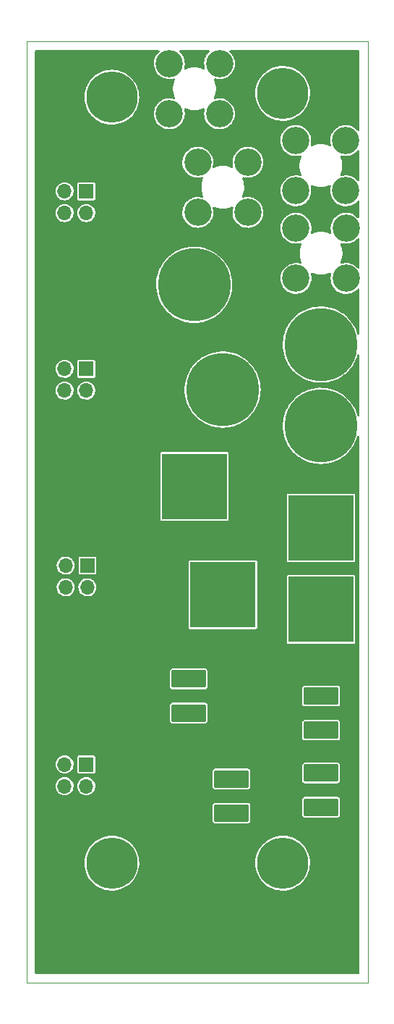
<source format=gbr>
%TF.GenerationSoftware,KiCad,Pcbnew,(6.0.11-0)*%
%TF.CreationDate,2024-06-01T13:31:21-07:00*%
%TF.ProjectId,SC_SQUID_biasBoard,53435f53-5155-4494-945f-62696173426f,v3D.0*%
%TF.SameCoordinates,Original*%
%TF.FileFunction,Copper,L2,Bot*%
%TF.FilePolarity,Positive*%
%FSLAX46Y46*%
G04 Gerber Fmt 4.6, Leading zero omitted, Abs format (unit mm)*
G04 Created by KiCad (PCBNEW (6.0.11-0)) date 2024-06-01 13:31:21*
%MOMM*%
%LPD*%
G01*
G04 APERTURE LIST*
G04 Aperture macros list*
%AMRoundRect*
0 Rectangle with rounded corners*
0 $1 Rounding radius*
0 $2 $3 $4 $5 $6 $7 $8 $9 X,Y pos of 4 corners*
0 Add a 4 corners polygon primitive as box body*
4,1,4,$2,$3,$4,$5,$6,$7,$8,$9,$2,$3,0*
0 Add four circle primitives for the rounded corners*
1,1,$1+$1,$2,$3*
1,1,$1+$1,$4,$5*
1,1,$1+$1,$6,$7*
1,1,$1+$1,$8,$9*
0 Add four rect primitives between the rounded corners*
20,1,$1+$1,$2,$3,$4,$5,0*
20,1,$1+$1,$4,$5,$6,$7,0*
20,1,$1+$1,$6,$7,$8,$9,0*
20,1,$1+$1,$8,$9,$2,$3,0*%
G04 Aperture macros list end*
%TA.AperFunction,Profile*%
%ADD10C,0.100000*%
%TD*%
%TA.AperFunction,ComponentPad*%
%ADD11RoundRect,0.100000X-1.900000X-0.900000X1.900000X-0.900000X1.900000X0.900000X-1.900000X0.900000X0*%
%TD*%
%TA.AperFunction,ComponentPad*%
%ADD12C,8.500000*%
%TD*%
%TA.AperFunction,ComponentPad*%
%ADD13C,3.200000*%
%TD*%
%TA.AperFunction,ComponentPad*%
%ADD14R,2.540000X2.540000*%
%TD*%
%TA.AperFunction,ComponentPad*%
%ADD15R,1.700000X1.700000*%
%TD*%
%TA.AperFunction,ComponentPad*%
%ADD16O,1.700000X1.700000*%
%TD*%
%TA.AperFunction,ComponentPad*%
%ADD17C,6.000000*%
%TD*%
G04 APERTURE END LIST*
D10*
X175000000Y-41000000D02*
X135000000Y-41000000D01*
X135000000Y-41000000D02*
X135000000Y-151000000D01*
X135000000Y-151000000D02*
X175000000Y-151000000D01*
X175000000Y-151000000D02*
X175000000Y-41000000D01*
D11*
%TO.P,J20,1,Pin_1*%
%TO.N,/TES_return_iv*%
X169500000Y-117500000D03*
X169500000Y-121500000D03*
%TD*%
%TO.P,J19,1,Pin_1*%
%TO.N,/TES_return_iv*%
X169500000Y-126500000D03*
X169500000Y-130500000D03*
%TD*%
D12*
%TO.P,J16,1,Pin_1*%
%TO.N,/TES_return_ii*%
X169470000Y-85920000D03*
%TD*%
%TO.P,J15,1,Pin_1*%
%TO.N,/TES_return_ii*%
X169470000Y-76420000D03*
%TD*%
D13*
%TO.P,J14,1,Pin_1*%
%TO.N,/TES_return_i*%
X166565000Y-68685000D03*
X172435000Y-62815000D03*
X172435000Y-68685000D03*
X166565000Y-62815000D03*
%TD*%
%TO.P,J13,1,Pin_1*%
%TO.N,/TES_return_i*%
X166540000Y-58435000D03*
X172410000Y-52565000D03*
X172410000Y-58435000D03*
X166540000Y-52565000D03*
%TD*%
D11*
%TO.P,J12,1,Pin_1*%
%TO.N,/SQUID_return_iv*%
X159000000Y-131200000D03*
X159000000Y-127200000D03*
%TD*%
%TO.P,J11,1,Pin_1*%
%TO.N,/TES_src_iv*%
X154000000Y-115500000D03*
X154000000Y-119500000D03*
%TD*%
D12*
%TO.P,J8,1,Pin_1*%
%TO.N,/SQUID_return_ii*%
X157970000Y-81680000D03*
%TD*%
%TO.P,J7,1,Pin_1*%
%TO.N,/TES_src_ii*%
X154645000Y-69420000D03*
%TD*%
D13*
%TO.P,J6,1,Pin_1*%
%TO.N,/SQUID_return_i*%
X155065000Y-55090000D03*
X160935000Y-60960000D03*
X160935000Y-55090000D03*
X155065000Y-60960000D03*
%TD*%
%TO.P,J5,1,Pin_1*%
%TO.N,/TES_src_i*%
X151740000Y-49435000D03*
X157610000Y-43565000D03*
X157610000Y-49435000D03*
X151740000Y-43565000D03*
%TD*%
D14*
%TO.P,J10,1,Pin_1*%
%TO.N,/SQUID_return_iii*%
X160540000Y-108200000D03*
X160540000Y-105660000D03*
X155460000Y-103120000D03*
X155460000Y-108200000D03*
X158000000Y-105660000D03*
X158000000Y-103120000D03*
X160540000Y-103120000D03*
X158000000Y-108200000D03*
X155460000Y-105660000D03*
%TD*%
D15*
%TO.P,J3,1,Pin_1*%
%TO.N,/TES_src_iii*%
X142140000Y-102250000D03*
D16*
%TO.P,J3,2,Pin_2*%
X139600000Y-102250000D03*
%TO.P,J3,3,Pin_3*%
%TO.N,/SQUID_return_iii*%
X142140000Y-104790000D03*
%TO.P,J3,4,Pin_4*%
X139600000Y-104790000D03*
%TD*%
D14*
%TO.P,J17,1,Pin_1*%
%TO.N,/TES_return_iii*%
X169500000Y-95320000D03*
X169500000Y-97860000D03*
X172040000Y-100400000D03*
X169500000Y-100400000D03*
X172040000Y-95320000D03*
X166960000Y-95320000D03*
X166960000Y-97860000D03*
X172040000Y-97860000D03*
X166960000Y-100400000D03*
%TD*%
D15*
%TO.P,J2,1,Pin_1*%
%TO.N,/TES_src_ii*%
X142000000Y-79250000D03*
D16*
%TO.P,J2,2,Pin_2*%
X139460000Y-79250000D03*
%TO.P,J2,3,Pin_3*%
%TO.N,/SQUID_return_ii*%
X142000000Y-81790000D03*
%TO.P,J2,4,Pin_4*%
X139460000Y-81790000D03*
%TD*%
D14*
%TO.P,J18,1,Pin_1*%
%TO.N,/TES_return_iii*%
X169500000Y-104820000D03*
X166960000Y-107360000D03*
X172040000Y-104820000D03*
X169500000Y-107360000D03*
X166960000Y-109900000D03*
X169500000Y-109900000D03*
X172040000Y-109900000D03*
X166960000Y-104820000D03*
X172040000Y-107360000D03*
%TD*%
D15*
%TO.P,J1,1,Pin_1*%
%TO.N,/TES_src_i*%
X142000000Y-58500000D03*
D16*
%TO.P,J1,2,Pin_2*%
X139460000Y-58500000D03*
%TO.P,J1,3,Pin_3*%
%TO.N,/SQUID_return_i*%
X142000000Y-61040000D03*
%TO.P,J1,4,Pin_4*%
X139460000Y-61040000D03*
%TD*%
D14*
%TO.P,J9,1,Pin_1*%
%TO.N,/TES_src_iii*%
X152135000Y-93000000D03*
X154675000Y-90460000D03*
X157215000Y-90460000D03*
X157215000Y-95540000D03*
X154675000Y-95540000D03*
X157215000Y-93000000D03*
X152135000Y-90460000D03*
X152135000Y-95540000D03*
X154675000Y-93000000D03*
%TD*%
D15*
%TO.P,J4,1,Pin_1*%
%TO.N,/TES_src_iv*%
X142000000Y-125500000D03*
D16*
%TO.P,J4,2,Pin_2*%
X139460000Y-125500000D03*
%TO.P,J4,3,Pin_3*%
%TO.N,/SQUID_return_iv*%
X142000000Y-128040000D03*
%TO.P,J4,4,Pin_4*%
X139460000Y-128040000D03*
%TD*%
D17*
%TO.P,H2,1*%
%TO.N,N/C*%
X145000000Y-47500000D03*
%TD*%
%TO.P,H4,1*%
%TO.N,N/C*%
X165000000Y-137050000D03*
%TD*%
%TO.P,H1,1*%
%TO.N,N/C*%
X145000000Y-137050000D03*
%TD*%
%TO.P,H3,1*%
%TO.N,N/C*%
X165000000Y-47050000D03*
%TD*%
%TA.AperFunction,NonConductor*%
G36*
X156397102Y-42020002D02*
G01*
X156443595Y-42073658D01*
X156453699Y-42143932D01*
X156424205Y-42208512D01*
X156412885Y-42220000D01*
X156311197Y-42310760D01*
X156140075Y-42516512D01*
X156001244Y-42745298D01*
X155897755Y-42992091D01*
X155896604Y-42996623D01*
X155896603Y-42996626D01*
X155833033Y-43246933D01*
X155831881Y-43251470D01*
X155805070Y-43517736D01*
X155817909Y-43785041D01*
X155870118Y-44047512D01*
X155871698Y-44051913D01*
X155871699Y-44051916D01*
X155876047Y-44064027D01*
X155880239Y-44134900D01*
X155845449Y-44196788D01*
X155782723Y-44230043D01*
X155711975Y-44224106D01*
X155703810Y-44220610D01*
X155600905Y-44172186D01*
X155600901Y-44172184D01*
X155597315Y-44170497D01*
X155588135Y-44167514D01*
X155301855Y-44074496D01*
X155301856Y-44074496D01*
X155298079Y-44073269D01*
X154989015Y-44014312D01*
X154895511Y-44008429D01*
X154755578Y-43999625D01*
X154755562Y-43999624D01*
X154753583Y-43999500D01*
X154596417Y-43999500D01*
X154594438Y-43999624D01*
X154594422Y-43999625D01*
X154454489Y-44008429D01*
X154360985Y-44014312D01*
X154051921Y-44073269D01*
X154048144Y-44074496D01*
X154048145Y-44074496D01*
X153761866Y-44167514D01*
X153752685Y-44170497D01*
X153749099Y-44172184D01*
X153749095Y-44172186D01*
X153642096Y-44222536D01*
X153571942Y-44233442D01*
X153507029Y-44204689D01*
X153467965Y-44145405D01*
X153467179Y-44074327D01*
X153508031Y-43929477D01*
X153508032Y-43929472D01*
X153509302Y-43924969D01*
X153517311Y-43862017D01*
X153542677Y-43662625D01*
X153542677Y-43662621D01*
X153543075Y-43659495D01*
X153545549Y-43565000D01*
X153525717Y-43298123D01*
X153515161Y-43251470D01*
X153467686Y-43041666D01*
X153466655Y-43037109D01*
X153369662Y-42787691D01*
X153236868Y-42555350D01*
X153071190Y-42345189D01*
X152935745Y-42217774D01*
X152899833Y-42156531D01*
X152902733Y-42085593D01*
X152943524Y-42027485D01*
X153009255Y-42000654D01*
X153022078Y-42000000D01*
X156328981Y-42000000D01*
X156397102Y-42020002D01*
G37*
%TD.AperFunction*%
%TA.AperFunction,NonConductor*%
G36*
X173910217Y-53696909D02*
G01*
X173969714Y-53735648D01*
X173998822Y-53800403D01*
X174000000Y-53817592D01*
X174000000Y-57180134D01*
X173979998Y-57248255D01*
X173926342Y-57294748D01*
X173856068Y-57304852D01*
X173791488Y-57275358D01*
X173775050Y-57258140D01*
X173744082Y-57218857D01*
X173744079Y-57218854D01*
X173741190Y-57215189D01*
X173546269Y-57031825D01*
X173326385Y-56879286D01*
X173288011Y-56860362D01*
X173090559Y-56762989D01*
X173090556Y-56762988D01*
X173086371Y-56760924D01*
X173039115Y-56745797D01*
X172869622Y-56691542D01*
X172831497Y-56679338D01*
X172686134Y-56655665D01*
X172571976Y-56637073D01*
X172571975Y-56637073D01*
X172567364Y-56636322D01*
X172433569Y-56634570D01*
X172304451Y-56632880D01*
X172304448Y-56632880D01*
X172299774Y-56632819D01*
X172034605Y-56668907D01*
X171905298Y-56706596D01*
X171834303Y-56706454D01*
X171774654Y-56667952D01*
X171745289Y-56603312D01*
X171752890Y-56539245D01*
X171782004Y-56465713D01*
X171857819Y-56274225D01*
X171858803Y-56270391D01*
X171858806Y-56270383D01*
X171911830Y-56063867D01*
X171936066Y-55969473D01*
X171938871Y-55947273D01*
X171962725Y-55758442D01*
X171975500Y-55657318D01*
X171975500Y-55342682D01*
X171938199Y-55047408D01*
X171936563Y-55034459D01*
X171936562Y-55034455D01*
X171936066Y-55030527D01*
X171907193Y-54918074D01*
X171858806Y-54729617D01*
X171858803Y-54729609D01*
X171857819Y-54725775D01*
X171856362Y-54722094D01*
X171856359Y-54722086D01*
X171754153Y-54463942D01*
X171747674Y-54393242D01*
X171780446Y-54330262D01*
X171842066Y-54294998D01*
X171912846Y-54298604D01*
X171942690Y-54309026D01*
X172205606Y-54358943D01*
X172332616Y-54363933D01*
X172468345Y-54369266D01*
X172468350Y-54369266D01*
X172473013Y-54369449D01*
X172568943Y-54358943D01*
X172734382Y-54340825D01*
X172734387Y-54340824D01*
X172739035Y-54340315D01*
X172854567Y-54309898D01*
X172993309Y-54273370D01*
X172997829Y-54272180D01*
X173218719Y-54177279D01*
X173239407Y-54168391D01*
X173239410Y-54168389D01*
X173243710Y-54166542D01*
X173247690Y-54164079D01*
X173247694Y-54164077D01*
X173467302Y-54028179D01*
X173467306Y-54028176D01*
X173471275Y-54025720D01*
X173485010Y-54014092D01*
X173671960Y-53855828D01*
X173671961Y-53855827D01*
X173675526Y-53852809D01*
X173779269Y-53734514D01*
X173839222Y-53696487D01*
X173910217Y-53696909D01*
G37*
%TD.AperFunction*%
%TA.AperFunction,NonConductor*%
G36*
X173910217Y-63975416D02*
G01*
X173969714Y-64014155D01*
X173998822Y-64078910D01*
X174000000Y-64096099D01*
X174000000Y-67398422D01*
X173979998Y-67466543D01*
X173926342Y-67513036D01*
X173856068Y-67523140D01*
X173791488Y-67493646D01*
X173775050Y-67476427D01*
X173769087Y-67468863D01*
X173769082Y-67468858D01*
X173766190Y-67465189D01*
X173571269Y-67281825D01*
X173351385Y-67129286D01*
X173347194Y-67127219D01*
X173115559Y-67012989D01*
X173115556Y-67012988D01*
X173111371Y-67010924D01*
X172856497Y-66929338D01*
X172711134Y-66905665D01*
X172596976Y-66887073D01*
X172596975Y-66887073D01*
X172592364Y-66886322D01*
X172458569Y-66884570D01*
X172329451Y-66882880D01*
X172329448Y-66882880D01*
X172324774Y-66882819D01*
X172059605Y-66918907D01*
X171930298Y-66956596D01*
X171859303Y-66956454D01*
X171799654Y-66917952D01*
X171770289Y-66853312D01*
X171777890Y-66789245D01*
X171816555Y-66691590D01*
X171882819Y-66524225D01*
X171883803Y-66520391D01*
X171883806Y-66520383D01*
X171960080Y-66223312D01*
X171961066Y-66219473D01*
X172000500Y-65907318D01*
X172000500Y-65592682D01*
X171967430Y-65330901D01*
X171961563Y-65284459D01*
X171961562Y-65284455D01*
X171961066Y-65280527D01*
X171916077Y-65105305D01*
X171883806Y-64979617D01*
X171883803Y-64979609D01*
X171882819Y-64975775D01*
X171881362Y-64972094D01*
X171881359Y-64972086D01*
X171779153Y-64713942D01*
X171772674Y-64643242D01*
X171805446Y-64580262D01*
X171867066Y-64544998D01*
X171937846Y-64548604D01*
X171967690Y-64559026D01*
X172230606Y-64608943D01*
X172357616Y-64613933D01*
X172493345Y-64619266D01*
X172493350Y-64619266D01*
X172498013Y-64619449D01*
X172593943Y-64608943D01*
X172759382Y-64590825D01*
X172759387Y-64590824D01*
X172764035Y-64590315D01*
X172879567Y-64559898D01*
X173018309Y-64523370D01*
X173022829Y-64522180D01*
X173243719Y-64427279D01*
X173264407Y-64418391D01*
X173264410Y-64418389D01*
X173268710Y-64416542D01*
X173272690Y-64414079D01*
X173272694Y-64414077D01*
X173492302Y-64278179D01*
X173492306Y-64278176D01*
X173496275Y-64275720D01*
X173510010Y-64264092D01*
X173696960Y-64105828D01*
X173696961Y-64105827D01*
X173700526Y-64102809D01*
X173779269Y-64013021D01*
X173839222Y-63974994D01*
X173910217Y-63975416D01*
G37*
%TD.AperFunction*%
%TA.AperFunction,NonConductor*%
G36*
X150527102Y-42020002D02*
G01*
X150573595Y-42073658D01*
X150583699Y-42143932D01*
X150554205Y-42208512D01*
X150542885Y-42220000D01*
X150441197Y-42310760D01*
X150270075Y-42516512D01*
X150131244Y-42745298D01*
X150027755Y-42992091D01*
X150026604Y-42996623D01*
X150026603Y-42996626D01*
X149963033Y-43246933D01*
X149961881Y-43251470D01*
X149935070Y-43517736D01*
X149947909Y-43785041D01*
X150000118Y-44047512D01*
X150001698Y-44051912D01*
X150001698Y-44051913D01*
X150009806Y-44074496D01*
X150090549Y-44299383D01*
X150099899Y-44316785D01*
X150160982Y-44430465D01*
X150217215Y-44535121D01*
X150220010Y-44538864D01*
X150220012Y-44538867D01*
X150304199Y-44651607D01*
X150377335Y-44749547D01*
X150380642Y-44752825D01*
X150380647Y-44752831D01*
X150564074Y-44934663D01*
X150567390Y-44937950D01*
X150571156Y-44940712D01*
X150571158Y-44940713D01*
X150687093Y-45025720D01*
X150783205Y-45096192D01*
X150787340Y-45098368D01*
X150787344Y-45098370D01*
X150916918Y-45166542D01*
X151020039Y-45220797D01*
X151078651Y-45241265D01*
X151268273Y-45307484D01*
X151268279Y-45307486D01*
X151272690Y-45309026D01*
X151535606Y-45358943D01*
X151662616Y-45363933D01*
X151798345Y-45369266D01*
X151798350Y-45369266D01*
X151803013Y-45369449D01*
X151898943Y-45358943D01*
X152064382Y-45340825D01*
X152064387Y-45340824D01*
X152069035Y-45340315D01*
X152107219Y-45330262D01*
X152247565Y-45293312D01*
X152318534Y-45295311D01*
X152377155Y-45335362D01*
X152404818Y-45400747D01*
X152396797Y-45461544D01*
X152293639Y-45722091D01*
X152293636Y-45722099D01*
X152292181Y-45725775D01*
X152291197Y-45729609D01*
X152291194Y-45729617D01*
X152281699Y-45766599D01*
X152213934Y-46030527D01*
X152213438Y-46034455D01*
X152213437Y-46034459D01*
X152208353Y-46074703D01*
X152174500Y-46342682D01*
X152174500Y-46657318D01*
X152213934Y-46969473D01*
X152224024Y-47008771D01*
X152291194Y-47270383D01*
X152291197Y-47270391D01*
X152292181Y-47274225D01*
X152293638Y-47277905D01*
X152293639Y-47277908D01*
X152396806Y-47538478D01*
X152403285Y-47609179D01*
X152370513Y-47672159D01*
X152308893Y-47707423D01*
X152241241Y-47704864D01*
X152165942Y-47680761D01*
X152165944Y-47680761D01*
X152161497Y-47679338D01*
X152016134Y-47655665D01*
X151901976Y-47637073D01*
X151901975Y-47637073D01*
X151897364Y-47636322D01*
X151763569Y-47634570D01*
X151634451Y-47632880D01*
X151634448Y-47632880D01*
X151629774Y-47632819D01*
X151364605Y-47668907D01*
X151360118Y-47670215D01*
X151360117Y-47670215D01*
X151328817Y-47679338D01*
X151107683Y-47743792D01*
X151103430Y-47745752D01*
X151103429Y-47745753D01*
X151051512Y-47769687D01*
X150864652Y-47855831D01*
X150860743Y-47858394D01*
X150644764Y-47999996D01*
X150644759Y-48000000D01*
X150640851Y-48002562D01*
X150574450Y-48061827D01*
X150457208Y-48166470D01*
X150441197Y-48180760D01*
X150270075Y-48386512D01*
X150267652Y-48390505D01*
X150191957Y-48515247D01*
X150131244Y-48615298D01*
X150129437Y-48619606D01*
X150129437Y-48619607D01*
X150030617Y-48855267D01*
X150027755Y-48862091D01*
X150026604Y-48866623D01*
X150026603Y-48866626D01*
X149990568Y-49008515D01*
X149961881Y-49121470D01*
X149935070Y-49387736D01*
X149935294Y-49392403D01*
X149935294Y-49392408D01*
X149941304Y-49517527D01*
X149947909Y-49655041D01*
X150000118Y-49917512D01*
X150001698Y-49921912D01*
X150001698Y-49921913D01*
X150019680Y-49971996D01*
X150090549Y-50169383D01*
X150101665Y-50190071D01*
X150192682Y-50359462D01*
X150217215Y-50405121D01*
X150220010Y-50408864D01*
X150220012Y-50408867D01*
X150374542Y-50615807D01*
X150377335Y-50619547D01*
X150380642Y-50622825D01*
X150380647Y-50622831D01*
X150557632Y-50798277D01*
X150567390Y-50807950D01*
X150571156Y-50810712D01*
X150571158Y-50810713D01*
X150680552Y-50890924D01*
X150783205Y-50966192D01*
X150787340Y-50968368D01*
X150787344Y-50968370D01*
X150916918Y-51036542D01*
X151020039Y-51090797D01*
X151024458Y-51092340D01*
X151268273Y-51177484D01*
X151268279Y-51177486D01*
X151272690Y-51179026D01*
X151535606Y-51228943D01*
X151662616Y-51233933D01*
X151798345Y-51239266D01*
X151798350Y-51239266D01*
X151803013Y-51239449D01*
X151898943Y-51228943D01*
X152064382Y-51210825D01*
X152064387Y-51210824D01*
X152069035Y-51210315D01*
X152184567Y-51179898D01*
X152323309Y-51143370D01*
X152327829Y-51142180D01*
X152452501Y-51088617D01*
X152569407Y-51038391D01*
X152569410Y-51038389D01*
X152573710Y-51036542D01*
X152577690Y-51034079D01*
X152577694Y-51034077D01*
X152797302Y-50898179D01*
X152797306Y-50898176D01*
X152801275Y-50895720D01*
X152901633Y-50810761D01*
X153001960Y-50725828D01*
X153001961Y-50725827D01*
X153005526Y-50722809D01*
X153099365Y-50615807D01*
X153178894Y-50525122D01*
X153178898Y-50525117D01*
X153181976Y-50521607D01*
X153248872Y-50417605D01*
X153324219Y-50300465D01*
X153324222Y-50300460D01*
X153326747Y-50296534D01*
X153436661Y-50052534D01*
X153476034Y-49912927D01*
X153508032Y-49799473D01*
X153508033Y-49799470D01*
X153509302Y-49794969D01*
X153517541Y-49730203D01*
X153542677Y-49532625D01*
X153542677Y-49532621D01*
X153543075Y-49529495D01*
X153543272Y-49521996D01*
X153545466Y-49438160D01*
X153545549Y-49435000D01*
X153533790Y-49276757D01*
X153526064Y-49172788D01*
X153526063Y-49172784D01*
X153525717Y-49168123D01*
X153524664Y-49163467D01*
X153469868Y-48921309D01*
X153474343Y-48850454D01*
X153516414Y-48793265D01*
X153582725Y-48767901D01*
X153646408Y-48779493D01*
X153692647Y-48801251D01*
X153749095Y-48827814D01*
X153749099Y-48827816D01*
X153752685Y-48829503D01*
X153756457Y-48830729D01*
X153756458Y-48830729D01*
X153817165Y-48850454D01*
X154051921Y-48926731D01*
X154360985Y-48985688D01*
X154454489Y-48991571D01*
X154594422Y-49000375D01*
X154594438Y-49000376D01*
X154596417Y-49000500D01*
X154753583Y-49000500D01*
X154755562Y-49000376D01*
X154755578Y-49000375D01*
X154895511Y-48991571D01*
X154989015Y-48985688D01*
X155298079Y-48926731D01*
X155532835Y-48850454D01*
X155593542Y-48830729D01*
X155593543Y-48830729D01*
X155597315Y-48829503D01*
X155600901Y-48827816D01*
X155600905Y-48827814D01*
X155674325Y-48793265D01*
X155706476Y-48778136D01*
X155776629Y-48767230D01*
X155841542Y-48795983D01*
X155880606Y-48855267D01*
X155882246Y-48923158D01*
X155831881Y-49121470D01*
X155805070Y-49387736D01*
X155805294Y-49392403D01*
X155805294Y-49392408D01*
X155811304Y-49517527D01*
X155817909Y-49655041D01*
X155870118Y-49917512D01*
X155871698Y-49921912D01*
X155871698Y-49921913D01*
X155889680Y-49971996D01*
X155960549Y-50169383D01*
X155971665Y-50190071D01*
X156062682Y-50359462D01*
X156087215Y-50405121D01*
X156090010Y-50408864D01*
X156090012Y-50408867D01*
X156244542Y-50615807D01*
X156247335Y-50619547D01*
X156250642Y-50622825D01*
X156250647Y-50622831D01*
X156427632Y-50798277D01*
X156437390Y-50807950D01*
X156441156Y-50810712D01*
X156441158Y-50810713D01*
X156550552Y-50890924D01*
X156653205Y-50966192D01*
X156657340Y-50968368D01*
X156657344Y-50968370D01*
X156786918Y-51036542D01*
X156890039Y-51090797D01*
X156894458Y-51092340D01*
X157138273Y-51177484D01*
X157138279Y-51177486D01*
X157142690Y-51179026D01*
X157405606Y-51228943D01*
X157532616Y-51233933D01*
X157668345Y-51239266D01*
X157668350Y-51239266D01*
X157673013Y-51239449D01*
X157768943Y-51228943D01*
X157934382Y-51210825D01*
X157934387Y-51210824D01*
X157939035Y-51210315D01*
X158054567Y-51179898D01*
X158193309Y-51143370D01*
X158197829Y-51142180D01*
X158322501Y-51088617D01*
X158439407Y-51038391D01*
X158439410Y-51038389D01*
X158443710Y-51036542D01*
X158447690Y-51034079D01*
X158447694Y-51034077D01*
X158667302Y-50898179D01*
X158667306Y-50898176D01*
X158671275Y-50895720D01*
X158771633Y-50810761D01*
X158871960Y-50725828D01*
X158871961Y-50725827D01*
X158875526Y-50722809D01*
X158969365Y-50615807D01*
X159048894Y-50525122D01*
X159048898Y-50525117D01*
X159051976Y-50521607D01*
X159118872Y-50417605D01*
X159194219Y-50300465D01*
X159194222Y-50300460D01*
X159196747Y-50296534D01*
X159306661Y-50052534D01*
X159346034Y-49912927D01*
X159378032Y-49799473D01*
X159378033Y-49799470D01*
X159379302Y-49794969D01*
X159387541Y-49730203D01*
X159412677Y-49532625D01*
X159412677Y-49532621D01*
X159413075Y-49529495D01*
X159413272Y-49521996D01*
X159415466Y-49438160D01*
X159415549Y-49435000D01*
X159403790Y-49276757D01*
X159396064Y-49172788D01*
X159396063Y-49172784D01*
X159395717Y-49168123D01*
X159394664Y-49163467D01*
X159337686Y-48911666D01*
X159336655Y-48907109D01*
X159304305Y-48823920D01*
X159241355Y-48662044D01*
X159241354Y-48662042D01*
X159239662Y-48657691D01*
X159228586Y-48638311D01*
X159156294Y-48511827D01*
X159106868Y-48425350D01*
X158941190Y-48215189D01*
X158746269Y-48031825D01*
X158526385Y-47879286D01*
X158522194Y-47877219D01*
X158290559Y-47762989D01*
X158290556Y-47762988D01*
X158286371Y-47760924D01*
X158031497Y-47679338D01*
X157886134Y-47655665D01*
X157771976Y-47637073D01*
X157771975Y-47637073D01*
X157767364Y-47636322D01*
X157633569Y-47634570D01*
X157504451Y-47632880D01*
X157504448Y-47632880D01*
X157499774Y-47632819D01*
X157234605Y-47668907D01*
X157105298Y-47706596D01*
X157034303Y-47706454D01*
X156974654Y-47667952D01*
X156945289Y-47603312D01*
X156952890Y-47539245D01*
X156969963Y-47496125D01*
X157057819Y-47274225D01*
X157058803Y-47270391D01*
X157058806Y-47270383D01*
X157125976Y-47008771D01*
X157126882Y-47005244D01*
X161794769Y-47005244D01*
X161809756Y-47362806D01*
X161810294Y-47366280D01*
X161858758Y-47679338D01*
X161864506Y-47716470D01*
X161958337Y-48061827D01*
X161959630Y-48065092D01*
X162088470Y-48390505D01*
X162090080Y-48394572D01*
X162091735Y-48397684D01*
X162091737Y-48397689D01*
X162256436Y-48707443D01*
X162256442Y-48707453D01*
X162258093Y-48710558D01*
X162260085Y-48713467D01*
X162458290Y-49002940D01*
X162458295Y-49002946D01*
X162460281Y-49005847D01*
X162694125Y-49276757D01*
X162956710Y-49519913D01*
X162959532Y-49521994D01*
X162959535Y-49521996D01*
X162973952Y-49532625D01*
X163244763Y-49732284D01*
X163247800Y-49734038D01*
X163247804Y-49734040D01*
X163394624Y-49818806D01*
X163554693Y-49911222D01*
X163718665Y-49982860D01*
X163879416Y-50053091D01*
X163879420Y-50053092D01*
X163882637Y-50054498D01*
X163885994Y-50055537D01*
X163885999Y-50055539D01*
X164028173Y-50099549D01*
X164224509Y-50160325D01*
X164227965Y-50160984D01*
X164227964Y-50160984D01*
X164572595Y-50226726D01*
X164572600Y-50226727D01*
X164576046Y-50227384D01*
X164772145Y-50242473D01*
X164929371Y-50254571D01*
X164929372Y-50254571D01*
X164932868Y-50254840D01*
X165156962Y-50247014D01*
X165287012Y-50242473D01*
X165287016Y-50242473D01*
X165290527Y-50242350D01*
X165294008Y-50241836D01*
X165641072Y-50190587D01*
X165641078Y-50190586D01*
X165644564Y-50190071D01*
X165647968Y-50189172D01*
X165647971Y-50189171D01*
X165987176Y-50099549D01*
X165987177Y-50099549D01*
X165990567Y-50098653D01*
X166324224Y-49969236D01*
X166641375Y-49803433D01*
X166938068Y-49603311D01*
X166985374Y-49563051D01*
X167207932Y-49373639D01*
X167207933Y-49373638D01*
X167210605Y-49371364D01*
X167213000Y-49368814D01*
X167213008Y-49368806D01*
X167453177Y-49113051D01*
X167453181Y-49113046D01*
X167455588Y-49110483D01*
X167457693Y-49107669D01*
X167457699Y-49107662D01*
X167667856Y-48826739D01*
X167669965Y-48823920D01*
X167851062Y-48515247D01*
X167852585Y-48511827D01*
X167995192Y-48191528D01*
X167995194Y-48191523D01*
X167996624Y-48188311D01*
X168104835Y-47847186D01*
X168174347Y-47496125D01*
X168193303Y-47270383D01*
X168204110Y-47141688D01*
X168204111Y-47141677D01*
X168204293Y-47139504D01*
X168204821Y-47101744D01*
X168205513Y-47052178D01*
X168205513Y-47052166D01*
X168205543Y-47050000D01*
X168185566Y-46692682D01*
X168184978Y-46689205D01*
X168126472Y-46343298D01*
X168126471Y-46343294D01*
X168125883Y-46339817D01*
X168027239Y-45995804D01*
X167914421Y-45722086D01*
X167892201Y-45668176D01*
X167892197Y-45668168D01*
X167890863Y-45664931D01*
X167718455Y-45351321D01*
X167703600Y-45330262D01*
X167514194Y-45061763D01*
X167514193Y-45061762D01*
X167512163Y-45058884D01*
X167274560Y-44791265D01*
X167008605Y-44551799D01*
X167005755Y-44549758D01*
X167005748Y-44549753D01*
X166720470Y-44345514D01*
X166720467Y-44345512D01*
X166717616Y-44343471D01*
X166405218Y-44168877D01*
X166075304Y-44030194D01*
X166071935Y-44029203D01*
X166071931Y-44029201D01*
X165920353Y-43984589D01*
X165731989Y-43929151D01*
X165450508Y-43879518D01*
X165383009Y-43867616D01*
X165383007Y-43867616D01*
X165379549Y-43867006D01*
X165376040Y-43866785D01*
X165376038Y-43866785D01*
X165025897Y-43844756D01*
X165025891Y-43844756D01*
X165022379Y-43844535D01*
X164920609Y-43849512D01*
X164668437Y-43861845D01*
X164668428Y-43861846D01*
X164664930Y-43862017D01*
X164661462Y-43862579D01*
X164661459Y-43862579D01*
X164315132Y-43918672D01*
X164315129Y-43918673D01*
X164311657Y-43919235D01*
X164308274Y-43920180D01*
X164308272Y-43920180D01*
X164291120Y-43924969D01*
X163966963Y-44015475D01*
X163686304Y-44128869D01*
X163645376Y-44145405D01*
X163635146Y-44149538D01*
X163632061Y-44151206D01*
X163632059Y-44151207D01*
X163582449Y-44178031D01*
X163320341Y-44319753D01*
X163026471Y-44523998D01*
X163023829Y-44526311D01*
X163023825Y-44526314D01*
X162880704Y-44651607D01*
X162757199Y-44759727D01*
X162515882Y-45024003D01*
X162305528Y-45313531D01*
X162303786Y-45316597D01*
X162303785Y-45316599D01*
X162290023Y-45340825D01*
X162128757Y-45624703D01*
X161987775Y-45953640D01*
X161884337Y-46296242D01*
X161819734Y-46648239D01*
X161794769Y-47005244D01*
X157126882Y-47005244D01*
X157136066Y-46969473D01*
X157175500Y-46657318D01*
X157175500Y-46342682D01*
X157141647Y-46074703D01*
X157136563Y-46034459D01*
X157136562Y-46034455D01*
X157136066Y-46030527D01*
X157068301Y-45766599D01*
X157058806Y-45729617D01*
X157058803Y-45729609D01*
X157057819Y-45725775D01*
X157056362Y-45722094D01*
X157056359Y-45722086D01*
X156954153Y-45463942D01*
X156947674Y-45393242D01*
X156980446Y-45330262D01*
X157042066Y-45294998D01*
X157112846Y-45298604D01*
X157142690Y-45309026D01*
X157405606Y-45358943D01*
X157532616Y-45363933D01*
X157668345Y-45369266D01*
X157668350Y-45369266D01*
X157673013Y-45369449D01*
X157768943Y-45358943D01*
X157934382Y-45340825D01*
X157934387Y-45340824D01*
X157939035Y-45340315D01*
X158029115Y-45316599D01*
X158193309Y-45273370D01*
X158197829Y-45272180D01*
X158337139Y-45212328D01*
X158439407Y-45168391D01*
X158439410Y-45168389D01*
X158443710Y-45166542D01*
X158447690Y-45164079D01*
X158447694Y-45164077D01*
X158667302Y-45028179D01*
X158667306Y-45028176D01*
X158671275Y-45025720D01*
X158734740Y-44971993D01*
X158871960Y-44855828D01*
X158871961Y-44855827D01*
X158875526Y-44852809D01*
X158946602Y-44771763D01*
X159048894Y-44655122D01*
X159048898Y-44655117D01*
X159051976Y-44651607D01*
X159114658Y-44554157D01*
X159194219Y-44430465D01*
X159194222Y-44430460D01*
X159196747Y-44426534D01*
X159306661Y-44182534D01*
X159316338Y-44148222D01*
X159378032Y-43929473D01*
X159378033Y-43929470D01*
X159379302Y-43924969D01*
X159387311Y-43862017D01*
X159412677Y-43662625D01*
X159412677Y-43662621D01*
X159413075Y-43659495D01*
X159415549Y-43565000D01*
X159395717Y-43298123D01*
X159385161Y-43251470D01*
X159337686Y-43041666D01*
X159336655Y-43037109D01*
X159239662Y-42787691D01*
X159106868Y-42555350D01*
X158941190Y-42345189D01*
X158805745Y-42217774D01*
X158769833Y-42156531D01*
X158772733Y-42085593D01*
X158813524Y-42027485D01*
X158879255Y-42000654D01*
X158892078Y-42000000D01*
X173874000Y-42000000D01*
X173942121Y-42020002D01*
X173988614Y-42073658D01*
X174000000Y-42126000D01*
X174000000Y-51310134D01*
X173979998Y-51378255D01*
X173926342Y-51424748D01*
X173856068Y-51434852D01*
X173791488Y-51405358D01*
X173775050Y-51388140D01*
X173744082Y-51348857D01*
X173744079Y-51348854D01*
X173741190Y-51345189D01*
X173546269Y-51161825D01*
X173326385Y-51009286D01*
X173322194Y-51007219D01*
X173090559Y-50892989D01*
X173090556Y-50892988D01*
X173086371Y-50890924D01*
X172831497Y-50809338D01*
X172686134Y-50785665D01*
X172571976Y-50767073D01*
X172571975Y-50767073D01*
X172567364Y-50766322D01*
X172433569Y-50764571D01*
X172304451Y-50762880D01*
X172304448Y-50762880D01*
X172299774Y-50762819D01*
X172034605Y-50798907D01*
X172030118Y-50800215D01*
X172030117Y-50800215D01*
X171998817Y-50809338D01*
X171777683Y-50873792D01*
X171773430Y-50875752D01*
X171773429Y-50875753D01*
X171730118Y-50895720D01*
X171534652Y-50985831D01*
X171530743Y-50988394D01*
X171314764Y-51129996D01*
X171314759Y-51130000D01*
X171310851Y-51132562D01*
X171225071Y-51209124D01*
X171191665Y-51238940D01*
X171111197Y-51310760D01*
X170940075Y-51516512D01*
X170801244Y-51745298D01*
X170697755Y-51992091D01*
X170696604Y-51996623D01*
X170696603Y-51996626D01*
X170633033Y-52246933D01*
X170631881Y-52251470D01*
X170605070Y-52517736D01*
X170617909Y-52785041D01*
X170670118Y-53047512D01*
X170671698Y-53051913D01*
X170671699Y-53051916D01*
X170676047Y-53064027D01*
X170680239Y-53134900D01*
X170645449Y-53196788D01*
X170582723Y-53230043D01*
X170511975Y-53224106D01*
X170503810Y-53220610D01*
X170400905Y-53172186D01*
X170400901Y-53172184D01*
X170397315Y-53170497D01*
X170098079Y-53073269D01*
X169789015Y-53014312D01*
X169695511Y-53008429D01*
X169555578Y-52999625D01*
X169555562Y-52999624D01*
X169553583Y-52999500D01*
X169396417Y-52999500D01*
X169394438Y-52999624D01*
X169394422Y-52999625D01*
X169254489Y-53008429D01*
X169160985Y-53014312D01*
X168851921Y-53073269D01*
X168552685Y-53170497D01*
X168549099Y-53172184D01*
X168549095Y-53172186D01*
X168442096Y-53222536D01*
X168371942Y-53233442D01*
X168307029Y-53204689D01*
X168267965Y-53145405D01*
X168267179Y-53074327D01*
X168308031Y-52929477D01*
X168308032Y-52929472D01*
X168309302Y-52924969D01*
X168327103Y-52785041D01*
X168342677Y-52662625D01*
X168342677Y-52662621D01*
X168343075Y-52659495D01*
X168345549Y-52565000D01*
X168325717Y-52298123D01*
X168315161Y-52251470D01*
X168267686Y-52041666D01*
X168266655Y-52037109D01*
X168169662Y-51787691D01*
X168036868Y-51555350D01*
X167871190Y-51345189D01*
X167676269Y-51161825D01*
X167456385Y-51009286D01*
X167452194Y-51007219D01*
X167220559Y-50892989D01*
X167220556Y-50892988D01*
X167216371Y-50890924D01*
X166961497Y-50809338D01*
X166816134Y-50785665D01*
X166701976Y-50767073D01*
X166701975Y-50767073D01*
X166697364Y-50766322D01*
X166563569Y-50764571D01*
X166434451Y-50762880D01*
X166434448Y-50762880D01*
X166429774Y-50762819D01*
X166164605Y-50798907D01*
X166160118Y-50800215D01*
X166160117Y-50800215D01*
X166128817Y-50809338D01*
X165907683Y-50873792D01*
X165903430Y-50875752D01*
X165903429Y-50875753D01*
X165860118Y-50895720D01*
X165664652Y-50985831D01*
X165660743Y-50988394D01*
X165444764Y-51129996D01*
X165444759Y-51130000D01*
X165440851Y-51132562D01*
X165355071Y-51209124D01*
X165321665Y-51238940D01*
X165241197Y-51310760D01*
X165070075Y-51516512D01*
X164931244Y-51745298D01*
X164827755Y-51992091D01*
X164826604Y-51996623D01*
X164826603Y-51996626D01*
X164763033Y-52246933D01*
X164761881Y-52251470D01*
X164735070Y-52517736D01*
X164747909Y-52785041D01*
X164800118Y-53047512D01*
X164801698Y-53051912D01*
X164801698Y-53051913D01*
X164809806Y-53074496D01*
X164890549Y-53299383D01*
X164892765Y-53303507D01*
X165005541Y-53513394D01*
X165017215Y-53535121D01*
X165020010Y-53538864D01*
X165020012Y-53538867D01*
X165130498Y-53686825D01*
X165177335Y-53749547D01*
X165180642Y-53752825D01*
X165180647Y-53752831D01*
X165302735Y-53873857D01*
X165367390Y-53937950D01*
X165583205Y-54096192D01*
X165587340Y-54098368D01*
X165587344Y-54098370D01*
X165716918Y-54166542D01*
X165820039Y-54220797D01*
X165824458Y-54222340D01*
X166068273Y-54307484D01*
X166068279Y-54307486D01*
X166072690Y-54309026D01*
X166335606Y-54358943D01*
X166462616Y-54363933D01*
X166598345Y-54369266D01*
X166598350Y-54369266D01*
X166603013Y-54369449D01*
X166698943Y-54358943D01*
X166864382Y-54340825D01*
X166864387Y-54340824D01*
X166869035Y-54340315D01*
X166907219Y-54330262D01*
X167047565Y-54293312D01*
X167118534Y-54295311D01*
X167177155Y-54335362D01*
X167204818Y-54400747D01*
X167196797Y-54461544D01*
X167093639Y-54722091D01*
X167093636Y-54722099D01*
X167092181Y-54725775D01*
X167091197Y-54729609D01*
X167091194Y-54729617D01*
X167042807Y-54918074D01*
X167013934Y-55030527D01*
X167013438Y-55034455D01*
X167013437Y-55034459D01*
X167011801Y-55047408D01*
X166974500Y-55342682D01*
X166974500Y-55657318D01*
X166987275Y-55758442D01*
X167011130Y-55947273D01*
X167013934Y-55969473D01*
X167038170Y-56063867D01*
X167091194Y-56270383D01*
X167091197Y-56270391D01*
X167092181Y-56274225D01*
X167093638Y-56277905D01*
X167093639Y-56277908D01*
X167196806Y-56538478D01*
X167203285Y-56609179D01*
X167170513Y-56672159D01*
X167108893Y-56707423D01*
X167041241Y-56704864D01*
X166965942Y-56680761D01*
X166965944Y-56680761D01*
X166961497Y-56679338D01*
X166816134Y-56655665D01*
X166701976Y-56637073D01*
X166701975Y-56637073D01*
X166697364Y-56636322D01*
X166563569Y-56634570D01*
X166434451Y-56632880D01*
X166434448Y-56632880D01*
X166429774Y-56632819D01*
X166164605Y-56668907D01*
X166160118Y-56670215D01*
X166160117Y-56670215D01*
X166128817Y-56679338D01*
X165907683Y-56743792D01*
X165903430Y-56745752D01*
X165903429Y-56745753D01*
X165851512Y-56769687D01*
X165664652Y-56855831D01*
X165660743Y-56858394D01*
X165444764Y-56999996D01*
X165444759Y-57000000D01*
X165440851Y-57002562D01*
X165241197Y-57180760D01*
X165070075Y-57386512D01*
X165067652Y-57390505D01*
X164969844Y-57551688D01*
X164931244Y-57615298D01*
X164929437Y-57619606D01*
X164929437Y-57619607D01*
X164830617Y-57855267D01*
X164827755Y-57862091D01*
X164826604Y-57866623D01*
X164826603Y-57866626D01*
X164767905Y-58097749D01*
X164761881Y-58121470D01*
X164735070Y-58387736D01*
X164747909Y-58655041D01*
X164800118Y-58917512D01*
X164890549Y-59169383D01*
X164892765Y-59173507D01*
X165005541Y-59383394D01*
X165017215Y-59405121D01*
X165020010Y-59408864D01*
X165020012Y-59408867D01*
X165128853Y-59554622D01*
X165177335Y-59619547D01*
X165180642Y-59622825D01*
X165180647Y-59622831D01*
X165302735Y-59743857D01*
X165367390Y-59807950D01*
X165583205Y-59966192D01*
X165587340Y-59968368D01*
X165587344Y-59968370D01*
X165716918Y-60036542D01*
X165820039Y-60090797D01*
X165824458Y-60092340D01*
X166068273Y-60177484D01*
X166068279Y-60177486D01*
X166072690Y-60179026D01*
X166335606Y-60228943D01*
X166462616Y-60233933D01*
X166598345Y-60239266D01*
X166598350Y-60239266D01*
X166603013Y-60239449D01*
X166698943Y-60228943D01*
X166864382Y-60210825D01*
X166864387Y-60210824D01*
X166869035Y-60210315D01*
X166984567Y-60179898D01*
X167123309Y-60143370D01*
X167127829Y-60142180D01*
X167252501Y-60088617D01*
X167369407Y-60038391D01*
X167369410Y-60038389D01*
X167373710Y-60036542D01*
X167377690Y-60034079D01*
X167377694Y-60034077D01*
X167597302Y-59898179D01*
X167597306Y-59898176D01*
X167601275Y-59895720D01*
X167615010Y-59884092D01*
X167801960Y-59725828D01*
X167801961Y-59725827D01*
X167805526Y-59722809D01*
X167908274Y-59605648D01*
X167978894Y-59525122D01*
X167978898Y-59525117D01*
X167981976Y-59521607D01*
X167994946Y-59501443D01*
X168124219Y-59300465D01*
X168124222Y-59300460D01*
X168126747Y-59296534D01*
X168236661Y-59052534D01*
X168309302Y-58794969D01*
X168327103Y-58655041D01*
X168342677Y-58532625D01*
X168342677Y-58532621D01*
X168343075Y-58529495D01*
X168343892Y-58498312D01*
X168345466Y-58438160D01*
X168345549Y-58435000D01*
X168325717Y-58168123D01*
X168315161Y-58121470D01*
X168269868Y-57921309D01*
X168274343Y-57850454D01*
X168316414Y-57793265D01*
X168382725Y-57767901D01*
X168446408Y-57779493D01*
X168492647Y-57801251D01*
X168549095Y-57827814D01*
X168549099Y-57827816D01*
X168552685Y-57829503D01*
X168851921Y-57926731D01*
X169160985Y-57985688D01*
X169254489Y-57991571D01*
X169394422Y-58000375D01*
X169394438Y-58000376D01*
X169396417Y-58000500D01*
X169553583Y-58000500D01*
X169555562Y-58000376D01*
X169555578Y-58000375D01*
X169695511Y-57991571D01*
X169789015Y-57985688D01*
X170098079Y-57926731D01*
X170397315Y-57829503D01*
X170400901Y-57827816D01*
X170400905Y-57827814D01*
X170474325Y-57793265D01*
X170506476Y-57778136D01*
X170576629Y-57767230D01*
X170641542Y-57795983D01*
X170680606Y-57855267D01*
X170682246Y-57923158D01*
X170631881Y-58121470D01*
X170605070Y-58387736D01*
X170617909Y-58655041D01*
X170670118Y-58917512D01*
X170760549Y-59169383D01*
X170762765Y-59173507D01*
X170875541Y-59383394D01*
X170887215Y-59405121D01*
X170890010Y-59408864D01*
X170890012Y-59408867D01*
X170998853Y-59554622D01*
X171047335Y-59619547D01*
X171050642Y-59622825D01*
X171050647Y-59622831D01*
X171172735Y-59743857D01*
X171237390Y-59807950D01*
X171453205Y-59966192D01*
X171457340Y-59968368D01*
X171457344Y-59968370D01*
X171586918Y-60036542D01*
X171690039Y-60090797D01*
X171694458Y-60092340D01*
X171938273Y-60177484D01*
X171938279Y-60177486D01*
X171942690Y-60179026D01*
X172205606Y-60228943D01*
X172332616Y-60233933D01*
X172468345Y-60239266D01*
X172468350Y-60239266D01*
X172473013Y-60239449D01*
X172568943Y-60228943D01*
X172734382Y-60210825D01*
X172734387Y-60210824D01*
X172739035Y-60210315D01*
X172854567Y-60179898D01*
X172993309Y-60143370D01*
X172997829Y-60142180D01*
X173122501Y-60088617D01*
X173239407Y-60038391D01*
X173239410Y-60038389D01*
X173243710Y-60036542D01*
X173247690Y-60034079D01*
X173247694Y-60034077D01*
X173467302Y-59898179D01*
X173467306Y-59898176D01*
X173471275Y-59895720D01*
X173485010Y-59884092D01*
X173671960Y-59725828D01*
X173671961Y-59725827D01*
X173675526Y-59722809D01*
X173779269Y-59604514D01*
X173839222Y-59566487D01*
X173910217Y-59566909D01*
X173969714Y-59605648D01*
X173998822Y-59670403D01*
X174000000Y-59687592D01*
X174000000Y-61528422D01*
X173979998Y-61596543D01*
X173926342Y-61643036D01*
X173856068Y-61653140D01*
X173791488Y-61623646D01*
X173775050Y-61606427D01*
X173769087Y-61598863D01*
X173769082Y-61598857D01*
X173766190Y-61595189D01*
X173571269Y-61411825D01*
X173351385Y-61259286D01*
X173347194Y-61257219D01*
X173115559Y-61142989D01*
X173115556Y-61142988D01*
X173111371Y-61140924D01*
X172856497Y-61059338D01*
X172647259Y-61025262D01*
X172596976Y-61017073D01*
X172596975Y-61017073D01*
X172592364Y-61016322D01*
X172458569Y-61014571D01*
X172329451Y-61012880D01*
X172329448Y-61012880D01*
X172324774Y-61012819D01*
X172059605Y-61048907D01*
X172055118Y-61050215D01*
X172055117Y-61050215D01*
X172023817Y-61059338D01*
X171802683Y-61123792D01*
X171798430Y-61125752D01*
X171798429Y-61125753D01*
X171746512Y-61149687D01*
X171559652Y-61235831D01*
X171555743Y-61238394D01*
X171339764Y-61379996D01*
X171339759Y-61380000D01*
X171335851Y-61382562D01*
X171278146Y-61434066D01*
X171172429Y-61528422D01*
X171136197Y-61560760D01*
X170965075Y-61766512D01*
X170962652Y-61770505D01*
X170863421Y-61934033D01*
X170826244Y-61995298D01*
X170824437Y-61999606D01*
X170824437Y-61999607D01*
X170762282Y-62147831D01*
X170722755Y-62242091D01*
X170721604Y-62246623D01*
X170721603Y-62246626D01*
X170659491Y-62491192D01*
X170656881Y-62501470D01*
X170630070Y-62767736D01*
X170642909Y-63035041D01*
X170695118Y-63297512D01*
X170696698Y-63301913D01*
X170696699Y-63301916D01*
X170701047Y-63314027D01*
X170705239Y-63384900D01*
X170670449Y-63446788D01*
X170607723Y-63480043D01*
X170536975Y-63474106D01*
X170528810Y-63470610D01*
X170425905Y-63422186D01*
X170425901Y-63422184D01*
X170422315Y-63420497D01*
X170123079Y-63323269D01*
X169814015Y-63264312D01*
X169720511Y-63258429D01*
X169580578Y-63249625D01*
X169580562Y-63249624D01*
X169578583Y-63249500D01*
X169421417Y-63249500D01*
X169419438Y-63249624D01*
X169419422Y-63249625D01*
X169279489Y-63258429D01*
X169185985Y-63264312D01*
X168876921Y-63323269D01*
X168577685Y-63420497D01*
X168574099Y-63422184D01*
X168574095Y-63422186D01*
X168467096Y-63472536D01*
X168396942Y-63483442D01*
X168332029Y-63454689D01*
X168292965Y-63395405D01*
X168292179Y-63324327D01*
X168333031Y-63179477D01*
X168333032Y-63179472D01*
X168334302Y-63174969D01*
X168352103Y-63035041D01*
X168367677Y-62912625D01*
X168367677Y-62912621D01*
X168368075Y-62909495D01*
X168370549Y-62815000D01*
X168367037Y-62767736D01*
X168351064Y-62552788D01*
X168351063Y-62552784D01*
X168350717Y-62548123D01*
X168340161Y-62501470D01*
X168292686Y-62291666D01*
X168291655Y-62287109D01*
X168236216Y-62144547D01*
X168196355Y-62042044D01*
X168196354Y-62042042D01*
X168194662Y-62037691D01*
X168177291Y-62007297D01*
X168117564Y-61902798D01*
X168061868Y-61805350D01*
X167896190Y-61595189D01*
X167701269Y-61411825D01*
X167481385Y-61259286D01*
X167477194Y-61257219D01*
X167245559Y-61142989D01*
X167245556Y-61142988D01*
X167241371Y-61140924D01*
X166986497Y-61059338D01*
X166777259Y-61025262D01*
X166726976Y-61017073D01*
X166726975Y-61017073D01*
X166722364Y-61016322D01*
X166588569Y-61014571D01*
X166459451Y-61012880D01*
X166459448Y-61012880D01*
X166454774Y-61012819D01*
X166189605Y-61048907D01*
X166185118Y-61050215D01*
X166185117Y-61050215D01*
X166153817Y-61059338D01*
X165932683Y-61123792D01*
X165928430Y-61125752D01*
X165928429Y-61125753D01*
X165876512Y-61149687D01*
X165689652Y-61235831D01*
X165685743Y-61238394D01*
X165469764Y-61379996D01*
X165469759Y-61380000D01*
X165465851Y-61382562D01*
X165408146Y-61434066D01*
X165302429Y-61528422D01*
X165266197Y-61560760D01*
X165095075Y-61766512D01*
X165092652Y-61770505D01*
X164993421Y-61934033D01*
X164956244Y-61995298D01*
X164954437Y-61999606D01*
X164954437Y-61999607D01*
X164892282Y-62147831D01*
X164852755Y-62242091D01*
X164851604Y-62246623D01*
X164851603Y-62246626D01*
X164789491Y-62491192D01*
X164786881Y-62501470D01*
X164760070Y-62767736D01*
X164772909Y-63035041D01*
X164825118Y-63297512D01*
X164826698Y-63301912D01*
X164826698Y-63301913D01*
X164834806Y-63324496D01*
X164915549Y-63549383D01*
X165042215Y-63785121D01*
X165202335Y-63999547D01*
X165205642Y-64002825D01*
X165205647Y-64002831D01*
X165389074Y-64184663D01*
X165392390Y-64187950D01*
X165608205Y-64346192D01*
X165612340Y-64348368D01*
X165612344Y-64348370D01*
X165741918Y-64416542D01*
X165845039Y-64470797D01*
X165849458Y-64472340D01*
X166093273Y-64557484D01*
X166093279Y-64557486D01*
X166097690Y-64559026D01*
X166360606Y-64608943D01*
X166487616Y-64613933D01*
X166623345Y-64619266D01*
X166623350Y-64619266D01*
X166628013Y-64619449D01*
X166723943Y-64608943D01*
X166889382Y-64590825D01*
X166889387Y-64590824D01*
X166894035Y-64590315D01*
X166932219Y-64580262D01*
X167072565Y-64543312D01*
X167143534Y-64545311D01*
X167202155Y-64585362D01*
X167229818Y-64650747D01*
X167221797Y-64711544D01*
X167118639Y-64972091D01*
X167118636Y-64972099D01*
X167117181Y-64975775D01*
X167116197Y-64979609D01*
X167116194Y-64979617D01*
X167083923Y-65105305D01*
X167038934Y-65280527D01*
X167038438Y-65284455D01*
X167038437Y-65284459D01*
X167032570Y-65330901D01*
X166999500Y-65592682D01*
X166999500Y-65907318D01*
X167038934Y-66219473D01*
X167039920Y-66223312D01*
X167116194Y-66520383D01*
X167116197Y-66520391D01*
X167117181Y-66524225D01*
X167118638Y-66527905D01*
X167118639Y-66527908D01*
X167221806Y-66788478D01*
X167228285Y-66859179D01*
X167195513Y-66922159D01*
X167133893Y-66957423D01*
X167066241Y-66954864D01*
X166990942Y-66930761D01*
X166990944Y-66930761D01*
X166986497Y-66929338D01*
X166841134Y-66905665D01*
X166726976Y-66887073D01*
X166726975Y-66887073D01*
X166722364Y-66886322D01*
X166588569Y-66884570D01*
X166459451Y-66882880D01*
X166459448Y-66882880D01*
X166454774Y-66882819D01*
X166189605Y-66918907D01*
X166185118Y-66920215D01*
X166185117Y-66920215D01*
X166153817Y-66929338D01*
X165932683Y-66993792D01*
X165928430Y-66995752D01*
X165928429Y-66995753D01*
X165876512Y-67019687D01*
X165689652Y-67105831D01*
X165685743Y-67108394D01*
X165469764Y-67249996D01*
X165469759Y-67250000D01*
X165465851Y-67252562D01*
X165366024Y-67341661D01*
X165302429Y-67398422D01*
X165266197Y-67430760D01*
X165095075Y-67636512D01*
X164956244Y-67865298D01*
X164954437Y-67869606D01*
X164954437Y-67869607D01*
X164855617Y-68105267D01*
X164852755Y-68112091D01*
X164851604Y-68116623D01*
X164851603Y-68116626D01*
X164788033Y-68366933D01*
X164786881Y-68371470D01*
X164760070Y-68637736D01*
X164772909Y-68905041D01*
X164825118Y-69167512D01*
X164915549Y-69419383D01*
X164917765Y-69423507D01*
X164985982Y-69550465D01*
X165042215Y-69655121D01*
X165045010Y-69658864D01*
X165045012Y-69658867D01*
X165129199Y-69771607D01*
X165202335Y-69869547D01*
X165205642Y-69872825D01*
X165205647Y-69872831D01*
X165389074Y-70054663D01*
X165392390Y-70057950D01*
X165608205Y-70216192D01*
X165612340Y-70218368D01*
X165612344Y-70218370D01*
X165741918Y-70286542D01*
X165845039Y-70340797D01*
X165849458Y-70342340D01*
X166093273Y-70427484D01*
X166093279Y-70427486D01*
X166097690Y-70429026D01*
X166360606Y-70478943D01*
X166487616Y-70483933D01*
X166623345Y-70489266D01*
X166623350Y-70489266D01*
X166628013Y-70489449D01*
X166723943Y-70478943D01*
X166889382Y-70460825D01*
X166889387Y-70460824D01*
X166894035Y-70460315D01*
X167009567Y-70429898D01*
X167148309Y-70393370D01*
X167152829Y-70392180D01*
X167277501Y-70338617D01*
X167394407Y-70288391D01*
X167394410Y-70288389D01*
X167398710Y-70286542D01*
X167402690Y-70284079D01*
X167402694Y-70284077D01*
X167622302Y-70148179D01*
X167622306Y-70148176D01*
X167626275Y-70145720D01*
X167663693Y-70114043D01*
X167826960Y-69975828D01*
X167826961Y-69975827D01*
X167830526Y-69972809D01*
X167942617Y-69844994D01*
X168003894Y-69775122D01*
X168003898Y-69775117D01*
X168006976Y-69771607D01*
X168051604Y-69702225D01*
X168149219Y-69550465D01*
X168149222Y-69550460D01*
X168151747Y-69546534D01*
X168261661Y-69302534D01*
X168334302Y-69044969D01*
X168352103Y-68905041D01*
X168367677Y-68782625D01*
X168367677Y-68782621D01*
X168368075Y-68779495D01*
X168370549Y-68685000D01*
X168363345Y-68588055D01*
X168351064Y-68422788D01*
X168351063Y-68422784D01*
X168350717Y-68418123D01*
X168340161Y-68371470D01*
X168295817Y-68175504D01*
X168294868Y-68171308D01*
X168299343Y-68100454D01*
X168341414Y-68043265D01*
X168407725Y-68017901D01*
X168471408Y-68029493D01*
X168506539Y-68046024D01*
X168574095Y-68077814D01*
X168574099Y-68077816D01*
X168577685Y-68079503D01*
X168876921Y-68176731D01*
X169185985Y-68235688D01*
X169279489Y-68241571D01*
X169419422Y-68250375D01*
X169419438Y-68250376D01*
X169421417Y-68250500D01*
X169578583Y-68250500D01*
X169580562Y-68250376D01*
X169580578Y-68250375D01*
X169720511Y-68241571D01*
X169814015Y-68235688D01*
X170123079Y-68176731D01*
X170422315Y-68079503D01*
X170425901Y-68077816D01*
X170425905Y-68077814D01*
X170505445Y-68040385D01*
X170531476Y-68028136D01*
X170601629Y-68017230D01*
X170666542Y-68045983D01*
X170705606Y-68105267D01*
X170707246Y-68173158D01*
X170656881Y-68371470D01*
X170630070Y-68637736D01*
X170642909Y-68905041D01*
X170695118Y-69167512D01*
X170785549Y-69419383D01*
X170787765Y-69423507D01*
X170855982Y-69550465D01*
X170912215Y-69655121D01*
X170915010Y-69658864D01*
X170915012Y-69658867D01*
X170999199Y-69771607D01*
X171072335Y-69869547D01*
X171075642Y-69872825D01*
X171075647Y-69872831D01*
X171259074Y-70054663D01*
X171262390Y-70057950D01*
X171478205Y-70216192D01*
X171482340Y-70218368D01*
X171482344Y-70218370D01*
X171611918Y-70286542D01*
X171715039Y-70340797D01*
X171719458Y-70342340D01*
X171963273Y-70427484D01*
X171963279Y-70427486D01*
X171967690Y-70429026D01*
X172230606Y-70478943D01*
X172357616Y-70483933D01*
X172493345Y-70489266D01*
X172493350Y-70489266D01*
X172498013Y-70489449D01*
X172593943Y-70478943D01*
X172759382Y-70460825D01*
X172759387Y-70460824D01*
X172764035Y-70460315D01*
X172879567Y-70429898D01*
X173018309Y-70393370D01*
X173022829Y-70392180D01*
X173147501Y-70338617D01*
X173264407Y-70288391D01*
X173264410Y-70288389D01*
X173268710Y-70286542D01*
X173272690Y-70284079D01*
X173272694Y-70284077D01*
X173492302Y-70148179D01*
X173492306Y-70148176D01*
X173496275Y-70145720D01*
X173533693Y-70114043D01*
X173696960Y-69975828D01*
X173696961Y-69975827D01*
X173700526Y-69972809D01*
X173779269Y-69883021D01*
X173839222Y-69844994D01*
X173910217Y-69845416D01*
X173969714Y-69884155D01*
X173998822Y-69948910D01*
X174000000Y-69966099D01*
X174000000Y-75159387D01*
X173979998Y-75227508D01*
X173926342Y-75274001D01*
X173856068Y-75284105D01*
X173791488Y-75254611D01*
X173751481Y-75188800D01*
X173749327Y-75179827D01*
X173749325Y-75179820D01*
X173748634Y-75176942D01*
X173612663Y-74779804D01*
X173439921Y-74397224D01*
X173231943Y-74032599D01*
X172990573Y-73689164D01*
X172717954Y-73369968D01*
X172616487Y-73271640D01*
X172418645Y-73079917D01*
X172418636Y-73079909D01*
X172416506Y-73077845D01*
X172088905Y-72815387D01*
X171867391Y-72669879D01*
X171740534Y-72586549D01*
X171740527Y-72586545D01*
X171738058Y-72584923D01*
X171735447Y-72583541D01*
X171735441Y-72583537D01*
X171369703Y-72389890D01*
X171367080Y-72388501D01*
X170979263Y-72227862D01*
X170976440Y-72226994D01*
X170976433Y-72226991D01*
X170580887Y-72105305D01*
X170580885Y-72105305D01*
X170578049Y-72104432D01*
X170575146Y-72103831D01*
X170575139Y-72103829D01*
X170169914Y-72019911D01*
X170169909Y-72019910D01*
X170167001Y-72019308D01*
X170164052Y-72018982D01*
X170164043Y-72018981D01*
X169752730Y-71973572D01*
X169752725Y-71973572D01*
X169749766Y-71973245D01*
X169746783Y-71973198D01*
X169746781Y-71973198D01*
X169638964Y-71971505D01*
X169330048Y-71966652D01*
X169327104Y-71966884D01*
X169327094Y-71966884D01*
X168920599Y-71998876D01*
X168911572Y-71999586D01*
X168498053Y-72071757D01*
X168495186Y-72072541D01*
X168495174Y-72072544D01*
X168096024Y-72181739D01*
X168096014Y-72181742D01*
X168093160Y-72182523D01*
X168090396Y-72183567D01*
X168090385Y-72183571D01*
X167703259Y-72329854D01*
X167703253Y-72329856D01*
X167700489Y-72330901D01*
X167323524Y-72515574D01*
X166965611Y-72734904D01*
X166629927Y-72986942D01*
X166319453Y-73269453D01*
X166036942Y-73579927D01*
X166035160Y-73582300D01*
X166035157Y-73582304D01*
X165947295Y-73699326D01*
X165784904Y-73915611D01*
X165565574Y-74273524D01*
X165380901Y-74650489D01*
X165379856Y-74653253D01*
X165379854Y-74653259D01*
X165233571Y-75040385D01*
X165233567Y-75040396D01*
X165232523Y-75043160D01*
X165231742Y-75046014D01*
X165231739Y-75046024D01*
X165122544Y-75445174D01*
X165122541Y-75445186D01*
X165121757Y-75448053D01*
X165049586Y-75861572D01*
X165016652Y-76280048D01*
X165023245Y-76699766D01*
X165069308Y-77117001D01*
X165069910Y-77119909D01*
X165069911Y-77119914D01*
X165146110Y-77487862D01*
X165154432Y-77528049D01*
X165155305Y-77530885D01*
X165155305Y-77530887D01*
X165252416Y-77846549D01*
X165277862Y-77929263D01*
X165438501Y-78317080D01*
X165471186Y-78378811D01*
X165626045Y-78671290D01*
X165634923Y-78688058D01*
X165636545Y-78690527D01*
X165636549Y-78690534D01*
X165743696Y-78853649D01*
X165865387Y-79038905D01*
X166127845Y-79366506D01*
X166129909Y-79368636D01*
X166129917Y-79368645D01*
X166287252Y-79531002D01*
X166419968Y-79667954D01*
X166422222Y-79669879D01*
X166648495Y-79863134D01*
X166739164Y-79940573D01*
X167082599Y-80181943D01*
X167204446Y-80251443D01*
X167444648Y-80388452D01*
X167444653Y-80388455D01*
X167447224Y-80389921D01*
X167829804Y-80562663D01*
X168226942Y-80698634D01*
X168229816Y-80699324D01*
X168229823Y-80699326D01*
X168461112Y-80754853D01*
X168635114Y-80796627D01*
X168638046Y-80797044D01*
X168638055Y-80797046D01*
X169047758Y-80855355D01*
X169047761Y-80855355D01*
X169050696Y-80855773D01*
X169053661Y-80855913D01*
X169053663Y-80855913D01*
X169467031Y-80875407D01*
X169470000Y-80875547D01*
X169472969Y-80875407D01*
X169886337Y-80855913D01*
X169886339Y-80855913D01*
X169889304Y-80855773D01*
X169892239Y-80855355D01*
X169892242Y-80855355D01*
X170301945Y-80797046D01*
X170301954Y-80797044D01*
X170304886Y-80796627D01*
X170478888Y-80754853D01*
X170710177Y-80699326D01*
X170710184Y-80699324D01*
X170713058Y-80698634D01*
X171110196Y-80562663D01*
X171492776Y-80389921D01*
X171495347Y-80388455D01*
X171495352Y-80388452D01*
X171735554Y-80251443D01*
X171857401Y-80181943D01*
X172200836Y-79940573D01*
X172291506Y-79863134D01*
X172517778Y-79669879D01*
X172520032Y-79667954D01*
X172652748Y-79531002D01*
X172810083Y-79368645D01*
X172810091Y-79368636D01*
X172812155Y-79366506D01*
X173074613Y-79038905D01*
X173196304Y-78853649D01*
X173303451Y-78690534D01*
X173303455Y-78690527D01*
X173305077Y-78688058D01*
X173313956Y-78671290D01*
X173468814Y-78378811D01*
X173501499Y-78317080D01*
X173662138Y-77929263D01*
X173687585Y-77846549D01*
X173753570Y-77632060D01*
X173792718Y-77572832D01*
X173857673Y-77544171D01*
X173927811Y-77555178D01*
X173980865Y-77602356D01*
X174000000Y-77669109D01*
X174000000Y-84659387D01*
X173979998Y-84727508D01*
X173926342Y-84774001D01*
X173856068Y-84784105D01*
X173791488Y-84754611D01*
X173751481Y-84688800D01*
X173749327Y-84679827D01*
X173749325Y-84679820D01*
X173748634Y-84676942D01*
X173612663Y-84279804D01*
X173439921Y-83897224D01*
X173231943Y-83532599D01*
X172990573Y-83189164D01*
X172717954Y-82869968D01*
X172616209Y-82771370D01*
X172418645Y-82579917D01*
X172418636Y-82579909D01*
X172416506Y-82577845D01*
X172088905Y-82315387D01*
X171933784Y-82213491D01*
X171740534Y-82086549D01*
X171740527Y-82086545D01*
X171738058Y-82084923D01*
X171735447Y-82083541D01*
X171735441Y-82083537D01*
X171369703Y-81889890D01*
X171367080Y-81888501D01*
X170979263Y-81727862D01*
X170976440Y-81726994D01*
X170976433Y-81726991D01*
X170580887Y-81605305D01*
X170580885Y-81605305D01*
X170578049Y-81604432D01*
X170575146Y-81603831D01*
X170575139Y-81603829D01*
X170169914Y-81519911D01*
X170169909Y-81519910D01*
X170167001Y-81519308D01*
X170164052Y-81518982D01*
X170164043Y-81518981D01*
X169752730Y-81473572D01*
X169752725Y-81473572D01*
X169749766Y-81473245D01*
X169746783Y-81473198D01*
X169746781Y-81473198D01*
X169638964Y-81471505D01*
X169330048Y-81466652D01*
X169327104Y-81466884D01*
X169327094Y-81466884D01*
X168920599Y-81498876D01*
X168911572Y-81499586D01*
X168498053Y-81571757D01*
X168495186Y-81572541D01*
X168495174Y-81572544D01*
X168096024Y-81681739D01*
X168096014Y-81681742D01*
X168093160Y-81682523D01*
X168090396Y-81683567D01*
X168090385Y-81683571D01*
X167703259Y-81829854D01*
X167703253Y-81829856D01*
X167700489Y-81830901D01*
X167323524Y-82015574D01*
X166965611Y-82234904D01*
X166963226Y-82236694D01*
X166963227Y-82236694D01*
X166790147Y-82366646D01*
X166629927Y-82486942D01*
X166319453Y-82769453D01*
X166036942Y-83079927D01*
X166035160Y-83082300D01*
X166035157Y-83082304D01*
X165954925Y-83189164D01*
X165784904Y-83415611D01*
X165565574Y-83773524D01*
X165380901Y-84150489D01*
X165379856Y-84153253D01*
X165379854Y-84153259D01*
X165233571Y-84540385D01*
X165233567Y-84540396D01*
X165232523Y-84543160D01*
X165231742Y-84546014D01*
X165231739Y-84546024D01*
X165122544Y-84945174D01*
X165122541Y-84945186D01*
X165121757Y-84948053D01*
X165049586Y-85361572D01*
X165049354Y-85364520D01*
X165027009Y-85648452D01*
X165016652Y-85780048D01*
X165023245Y-86199766D01*
X165069308Y-86617001D01*
X165154432Y-87028049D01*
X165277862Y-87429263D01*
X165438501Y-87817080D01*
X165634923Y-88188058D01*
X165865387Y-88538905D01*
X166127845Y-88866506D01*
X166129909Y-88868636D01*
X166129917Y-88868645D01*
X166348308Y-89094006D01*
X166419968Y-89167954D01*
X166739164Y-89440573D01*
X167082599Y-89681943D01*
X167266920Y-89787078D01*
X167444648Y-89888452D01*
X167444653Y-89888455D01*
X167447224Y-89889921D01*
X167829804Y-90062663D01*
X168226942Y-90198634D01*
X168229816Y-90199324D01*
X168229823Y-90199326D01*
X168516477Y-90268145D01*
X168635114Y-90296627D01*
X168638046Y-90297044D01*
X168638055Y-90297046D01*
X169047758Y-90355355D01*
X169047761Y-90355355D01*
X169050696Y-90355773D01*
X169053661Y-90355913D01*
X169053663Y-90355913D01*
X169467031Y-90375407D01*
X169470000Y-90375547D01*
X169472969Y-90375407D01*
X169886337Y-90355913D01*
X169886339Y-90355913D01*
X169889304Y-90355773D01*
X169892239Y-90355355D01*
X169892242Y-90355355D01*
X170301945Y-90297046D01*
X170301954Y-90297044D01*
X170304886Y-90296627D01*
X170423523Y-90268145D01*
X170710177Y-90199326D01*
X170710184Y-90199324D01*
X170713058Y-90198634D01*
X171110196Y-90062663D01*
X171492776Y-89889921D01*
X171495347Y-89888455D01*
X171495352Y-89888452D01*
X171673080Y-89787078D01*
X171857401Y-89681943D01*
X172200836Y-89440573D01*
X172520032Y-89167954D01*
X172591692Y-89094006D01*
X172810083Y-88868645D01*
X172810091Y-88868636D01*
X172812155Y-88866506D01*
X173074613Y-88538905D01*
X173305077Y-88188058D01*
X173501499Y-87817080D01*
X173662138Y-87429263D01*
X173753570Y-87132060D01*
X173792718Y-87072832D01*
X173857673Y-87044171D01*
X173927811Y-87055178D01*
X173980865Y-87102356D01*
X174000000Y-87169109D01*
X174000000Y-149874000D01*
X173979998Y-149942121D01*
X173926342Y-149988614D01*
X173874000Y-150000000D01*
X136126000Y-150000000D01*
X136057879Y-149979998D01*
X136011386Y-149926342D01*
X136000000Y-149874000D01*
X136000000Y-137005244D01*
X141794769Y-137005244D01*
X141809756Y-137362806D01*
X141864506Y-137716470D01*
X141958337Y-138061827D01*
X142090080Y-138394572D01*
X142091735Y-138397684D01*
X142091737Y-138397689D01*
X142256436Y-138707443D01*
X142256442Y-138707453D01*
X142258093Y-138710558D01*
X142260085Y-138713467D01*
X142458290Y-139002940D01*
X142458295Y-139002946D01*
X142460281Y-139005847D01*
X142694125Y-139276757D01*
X142956710Y-139519913D01*
X143244763Y-139732284D01*
X143247800Y-139734038D01*
X143247804Y-139734040D01*
X143411892Y-139828776D01*
X143554693Y-139911222D01*
X143683748Y-139967605D01*
X143879416Y-140053091D01*
X143879420Y-140053092D01*
X143882637Y-140054498D01*
X143885994Y-140055537D01*
X143885999Y-140055539D01*
X144028173Y-140099549D01*
X144224509Y-140160325D01*
X144227965Y-140160984D01*
X144227964Y-140160984D01*
X144572595Y-140226726D01*
X144572600Y-140226727D01*
X144576046Y-140227384D01*
X144772145Y-140242473D01*
X144929371Y-140254571D01*
X144929372Y-140254571D01*
X144932868Y-140254840D01*
X145156962Y-140247014D01*
X145287012Y-140242473D01*
X145287016Y-140242473D01*
X145290527Y-140242350D01*
X145294008Y-140241836D01*
X145641072Y-140190587D01*
X145641078Y-140190586D01*
X145644564Y-140190071D01*
X145647968Y-140189172D01*
X145647971Y-140189171D01*
X145987176Y-140099549D01*
X145987177Y-140099549D01*
X145990567Y-140098653D01*
X146324224Y-139969236D01*
X146641375Y-139803433D01*
X146938068Y-139603311D01*
X147036061Y-139519913D01*
X147207932Y-139373639D01*
X147207933Y-139373638D01*
X147210605Y-139371364D01*
X147213000Y-139368814D01*
X147213008Y-139368806D01*
X147453177Y-139113051D01*
X147453181Y-139113046D01*
X147455588Y-139110483D01*
X147457693Y-139107669D01*
X147457699Y-139107662D01*
X147667856Y-138826739D01*
X147669965Y-138823920D01*
X147851062Y-138515247D01*
X147852494Y-138512031D01*
X147995192Y-138191528D01*
X147995194Y-138191523D01*
X147996624Y-138188311D01*
X148104835Y-137847186D01*
X148174347Y-137496125D01*
X148204293Y-137139504D01*
X148205543Y-137050000D01*
X148203041Y-137005244D01*
X161794769Y-137005244D01*
X161809756Y-137362806D01*
X161864506Y-137716470D01*
X161958337Y-138061827D01*
X162090080Y-138394572D01*
X162091735Y-138397684D01*
X162091737Y-138397689D01*
X162256436Y-138707443D01*
X162256442Y-138707453D01*
X162258093Y-138710558D01*
X162260085Y-138713467D01*
X162458290Y-139002940D01*
X162458295Y-139002946D01*
X162460281Y-139005847D01*
X162694125Y-139276757D01*
X162956710Y-139519913D01*
X163244763Y-139732284D01*
X163247800Y-139734038D01*
X163247804Y-139734040D01*
X163411892Y-139828776D01*
X163554693Y-139911222D01*
X163683748Y-139967605D01*
X163879416Y-140053091D01*
X163879420Y-140053092D01*
X163882637Y-140054498D01*
X163885994Y-140055537D01*
X163885999Y-140055539D01*
X164028173Y-140099549D01*
X164224509Y-140160325D01*
X164227965Y-140160984D01*
X164227964Y-140160984D01*
X164572595Y-140226726D01*
X164572600Y-140226727D01*
X164576046Y-140227384D01*
X164772145Y-140242473D01*
X164929371Y-140254571D01*
X164929372Y-140254571D01*
X164932868Y-140254840D01*
X165156962Y-140247014D01*
X165287012Y-140242473D01*
X165287016Y-140242473D01*
X165290527Y-140242350D01*
X165294008Y-140241836D01*
X165641072Y-140190587D01*
X165641078Y-140190586D01*
X165644564Y-140190071D01*
X165647968Y-140189172D01*
X165647971Y-140189171D01*
X165987176Y-140099549D01*
X165987177Y-140099549D01*
X165990567Y-140098653D01*
X166324224Y-139969236D01*
X166641375Y-139803433D01*
X166938068Y-139603311D01*
X167036061Y-139519913D01*
X167207932Y-139373639D01*
X167207933Y-139373638D01*
X167210605Y-139371364D01*
X167213000Y-139368814D01*
X167213008Y-139368806D01*
X167453177Y-139113051D01*
X167453181Y-139113046D01*
X167455588Y-139110483D01*
X167457693Y-139107669D01*
X167457699Y-139107662D01*
X167667856Y-138826739D01*
X167669965Y-138823920D01*
X167851062Y-138515247D01*
X167852494Y-138512031D01*
X167995192Y-138191528D01*
X167995194Y-138191523D01*
X167996624Y-138188311D01*
X168104835Y-137847186D01*
X168174347Y-137496125D01*
X168204293Y-137139504D01*
X168205543Y-137050000D01*
X168185566Y-136692682D01*
X168125883Y-136339817D01*
X168027239Y-135995804D01*
X167979354Y-135879627D01*
X167892201Y-135668176D01*
X167892197Y-135668168D01*
X167890863Y-135664931D01*
X167718455Y-135351321D01*
X167512163Y-135058884D01*
X167274560Y-134791265D01*
X167008605Y-134551799D01*
X167005755Y-134549758D01*
X167005748Y-134549753D01*
X166720470Y-134345514D01*
X166720467Y-134345512D01*
X166717616Y-134343471D01*
X166405218Y-134168877D01*
X166075304Y-134030194D01*
X166071935Y-134029203D01*
X166071931Y-134029201D01*
X165920353Y-133984589D01*
X165731989Y-133929151D01*
X165450508Y-133879518D01*
X165383009Y-133867616D01*
X165383007Y-133867616D01*
X165379549Y-133867006D01*
X165376040Y-133866785D01*
X165376038Y-133866785D01*
X165025897Y-133844756D01*
X165025891Y-133844756D01*
X165022379Y-133844535D01*
X164920609Y-133849512D01*
X164668437Y-133861845D01*
X164668428Y-133861846D01*
X164664930Y-133862017D01*
X164661462Y-133862579D01*
X164661459Y-133862579D01*
X164315132Y-133918672D01*
X164315129Y-133918673D01*
X164311657Y-133919235D01*
X163966963Y-134015475D01*
X163635146Y-134149538D01*
X163320341Y-134319753D01*
X163026471Y-134523998D01*
X163023829Y-134526311D01*
X163023825Y-134526314D01*
X162770358Y-134748207D01*
X162757199Y-134759727D01*
X162515882Y-135024003D01*
X162305528Y-135313531D01*
X162128757Y-135624703D01*
X161987775Y-135953640D01*
X161884337Y-136296242D01*
X161819734Y-136648239D01*
X161794769Y-137005244D01*
X148203041Y-137005244D01*
X148185566Y-136692682D01*
X148125883Y-136339817D01*
X148027239Y-135995804D01*
X147979354Y-135879627D01*
X147892201Y-135668176D01*
X147892197Y-135668168D01*
X147890863Y-135664931D01*
X147718455Y-135351321D01*
X147512163Y-135058884D01*
X147274560Y-134791265D01*
X147008605Y-134551799D01*
X147005755Y-134549758D01*
X147005748Y-134549753D01*
X146720470Y-134345514D01*
X146720467Y-134345512D01*
X146717616Y-134343471D01*
X146405218Y-134168877D01*
X146075304Y-134030194D01*
X146071935Y-134029203D01*
X146071931Y-134029201D01*
X145920353Y-133984589D01*
X145731989Y-133929151D01*
X145450508Y-133879518D01*
X145383009Y-133867616D01*
X145383007Y-133867616D01*
X145379549Y-133867006D01*
X145376040Y-133866785D01*
X145376038Y-133866785D01*
X145025897Y-133844756D01*
X145025891Y-133844756D01*
X145022379Y-133844535D01*
X144920609Y-133849512D01*
X144668437Y-133861845D01*
X144668428Y-133861846D01*
X144664930Y-133862017D01*
X144661462Y-133862579D01*
X144661459Y-133862579D01*
X144315132Y-133918672D01*
X144315129Y-133918673D01*
X144311657Y-133919235D01*
X143966963Y-134015475D01*
X143635146Y-134149538D01*
X143320341Y-134319753D01*
X143026471Y-134523998D01*
X143023829Y-134526311D01*
X143023825Y-134526314D01*
X142770358Y-134748207D01*
X142757199Y-134759727D01*
X142515882Y-135024003D01*
X142305528Y-135313531D01*
X142128757Y-135624703D01*
X141987775Y-135953640D01*
X141884337Y-136296242D01*
X141819734Y-136648239D01*
X141794769Y-137005244D01*
X136000000Y-137005244D01*
X136000000Y-132144646D01*
X156799500Y-132144646D01*
X156802618Y-132170846D01*
X156848061Y-132273153D01*
X156927287Y-132352241D01*
X156937924Y-132356944D01*
X156937926Y-132356945D01*
X156997462Y-132383265D01*
X157029673Y-132397506D01*
X157055354Y-132400500D01*
X160944646Y-132400500D01*
X160948350Y-132400059D01*
X160948353Y-132400059D01*
X160955746Y-132399179D01*
X160970846Y-132397382D01*
X161073153Y-132351939D01*
X161152241Y-132272713D01*
X161197506Y-132170327D01*
X161200500Y-132144646D01*
X161200500Y-131444646D01*
X167299500Y-131444646D01*
X167302618Y-131470846D01*
X167348061Y-131573153D01*
X167427287Y-131652241D01*
X167437924Y-131656944D01*
X167437926Y-131656945D01*
X167497462Y-131683265D01*
X167529673Y-131697506D01*
X167555354Y-131700500D01*
X171444646Y-131700500D01*
X171448350Y-131700059D01*
X171448353Y-131700059D01*
X171455746Y-131699179D01*
X171470846Y-131697382D01*
X171573153Y-131651939D01*
X171652241Y-131572713D01*
X171697506Y-131470327D01*
X171700500Y-131444646D01*
X171700500Y-129555354D01*
X171697382Y-129529154D01*
X171651939Y-129426847D01*
X171572713Y-129347759D01*
X171562076Y-129343056D01*
X171562074Y-129343055D01*
X171502538Y-129316735D01*
X171470327Y-129302494D01*
X171444646Y-129299500D01*
X167555354Y-129299500D01*
X167551650Y-129299941D01*
X167551647Y-129299941D01*
X167544254Y-129300821D01*
X167529154Y-129302618D01*
X167426847Y-129348061D01*
X167347759Y-129427287D01*
X167302494Y-129529673D01*
X167299500Y-129555354D01*
X167299500Y-131444646D01*
X161200500Y-131444646D01*
X161200500Y-130255354D01*
X161197382Y-130229154D01*
X161151939Y-130126847D01*
X161072713Y-130047759D01*
X161062076Y-130043056D01*
X161062074Y-130043055D01*
X161002538Y-130016735D01*
X160970327Y-130002494D01*
X160944646Y-129999500D01*
X157055354Y-129999500D01*
X157051650Y-129999941D01*
X157051647Y-129999941D01*
X157044254Y-130000821D01*
X157029154Y-130002618D01*
X156926847Y-130048061D01*
X156847759Y-130127287D01*
X156802494Y-130229673D01*
X156799500Y-130255354D01*
X156799500Y-132144646D01*
X136000000Y-132144646D01*
X136000000Y-128025262D01*
X138404520Y-128025262D01*
X138405036Y-128031406D01*
X138416702Y-128170327D01*
X138421759Y-128230553D01*
X138423458Y-128236478D01*
X138470369Y-128400075D01*
X138478544Y-128428586D01*
X138481359Y-128434063D01*
X138481360Y-128434066D01*
X138502247Y-128474707D01*
X138572712Y-128611818D01*
X138700677Y-128773270D01*
X138857564Y-128906791D01*
X139037398Y-129007297D01*
X139132238Y-129038113D01*
X139227471Y-129069056D01*
X139227475Y-129069057D01*
X139233329Y-129070959D01*
X139437894Y-129095351D01*
X139444029Y-129094879D01*
X139444031Y-129094879D01*
X139500039Y-129090569D01*
X139643300Y-129079546D01*
X139649230Y-129077890D01*
X139649232Y-129077890D01*
X139835797Y-129025800D01*
X139835796Y-129025800D01*
X139841725Y-129024145D01*
X139847214Y-129021372D01*
X139847220Y-129021370D01*
X140020116Y-128934033D01*
X140025610Y-128931258D01*
X140187951Y-128804424D01*
X140322564Y-128648472D01*
X140343387Y-128611818D01*
X140421276Y-128474707D01*
X140424323Y-128469344D01*
X140489351Y-128273863D01*
X140515171Y-128069474D01*
X140515583Y-128040000D01*
X140514138Y-128025262D01*
X140944520Y-128025262D01*
X140945036Y-128031406D01*
X140956702Y-128170327D01*
X140961759Y-128230553D01*
X140963458Y-128236478D01*
X141010369Y-128400075D01*
X141018544Y-128428586D01*
X141021359Y-128434063D01*
X141021360Y-128434066D01*
X141042247Y-128474707D01*
X141112712Y-128611818D01*
X141240677Y-128773270D01*
X141397564Y-128906791D01*
X141577398Y-129007297D01*
X141672238Y-129038113D01*
X141767471Y-129069056D01*
X141767475Y-129069057D01*
X141773329Y-129070959D01*
X141977894Y-129095351D01*
X141984029Y-129094879D01*
X141984031Y-129094879D01*
X142040039Y-129090569D01*
X142183300Y-129079546D01*
X142189230Y-129077890D01*
X142189232Y-129077890D01*
X142375797Y-129025800D01*
X142375796Y-129025800D01*
X142381725Y-129024145D01*
X142387214Y-129021372D01*
X142387220Y-129021370D01*
X142560116Y-128934033D01*
X142565610Y-128931258D01*
X142727951Y-128804424D01*
X142862564Y-128648472D01*
X142883387Y-128611818D01*
X142961276Y-128474707D01*
X142964323Y-128469344D01*
X143029351Y-128273863D01*
X143045675Y-128144646D01*
X156799500Y-128144646D01*
X156802618Y-128170846D01*
X156806456Y-128179486D01*
X156806456Y-128179487D01*
X156843140Y-128262074D01*
X156848061Y-128273153D01*
X156927287Y-128352241D01*
X156937924Y-128356944D01*
X156937926Y-128356945D01*
X156997462Y-128383265D01*
X157029673Y-128397506D01*
X157055354Y-128400500D01*
X160944646Y-128400500D01*
X160948350Y-128400059D01*
X160948353Y-128400059D01*
X160955746Y-128399179D01*
X160970846Y-128397382D01*
X161073153Y-128351939D01*
X161152241Y-128272713D01*
X161173596Y-128224411D01*
X161193675Y-128178992D01*
X161197506Y-128170327D01*
X161200500Y-128144646D01*
X161200500Y-127444646D01*
X167299500Y-127444646D01*
X167302618Y-127470846D01*
X167348061Y-127573153D01*
X167427287Y-127652241D01*
X167437924Y-127656944D01*
X167437926Y-127656945D01*
X167497462Y-127683265D01*
X167529673Y-127697506D01*
X167555354Y-127700500D01*
X171444646Y-127700500D01*
X171448350Y-127700059D01*
X171448353Y-127700059D01*
X171455746Y-127699179D01*
X171470846Y-127697382D01*
X171573153Y-127651939D01*
X171587319Y-127637749D01*
X171644023Y-127580945D01*
X171652241Y-127572713D01*
X171697506Y-127470327D01*
X171700500Y-127444646D01*
X171700500Y-125555354D01*
X171697382Y-125529154D01*
X171651939Y-125426847D01*
X171572713Y-125347759D01*
X171562076Y-125343056D01*
X171562074Y-125343055D01*
X171502538Y-125316735D01*
X171470327Y-125302494D01*
X171444646Y-125299500D01*
X167555354Y-125299500D01*
X167551650Y-125299941D01*
X167551647Y-125299941D01*
X167544254Y-125300821D01*
X167529154Y-125302618D01*
X167426847Y-125348061D01*
X167347759Y-125427287D01*
X167302494Y-125529673D01*
X167299500Y-125555354D01*
X167299500Y-127444646D01*
X161200500Y-127444646D01*
X161200500Y-126255354D01*
X161197382Y-126229154D01*
X161151939Y-126126847D01*
X161072713Y-126047759D01*
X161062076Y-126043056D01*
X161062074Y-126043055D01*
X161002538Y-126016735D01*
X160970327Y-126002494D01*
X160944646Y-125999500D01*
X157055354Y-125999500D01*
X157051650Y-125999941D01*
X157051647Y-125999941D01*
X157044254Y-126000821D01*
X157029154Y-126002618D01*
X156926847Y-126048061D01*
X156847759Y-126127287D01*
X156802494Y-126229673D01*
X156799500Y-126255354D01*
X156799500Y-128144646D01*
X143045675Y-128144646D01*
X143055171Y-128069474D01*
X143055583Y-128040000D01*
X143035480Y-127834970D01*
X142975935Y-127637749D01*
X142879218Y-127455849D01*
X142805859Y-127365902D01*
X142752906Y-127300975D01*
X142752903Y-127300972D01*
X142749011Y-127296200D01*
X142731786Y-127281950D01*
X142595025Y-127168811D01*
X142595021Y-127168809D01*
X142590275Y-127164882D01*
X142409055Y-127066897D01*
X142212254Y-127005977D01*
X142206129Y-127005333D01*
X142206128Y-127005333D01*
X142013498Y-126985087D01*
X142013496Y-126985087D01*
X142007369Y-126984443D01*
X141920529Y-126992346D01*
X141808342Y-127002555D01*
X141808339Y-127002556D01*
X141802203Y-127003114D01*
X141604572Y-127061280D01*
X141422002Y-127156726D01*
X141417201Y-127160586D01*
X141417198Y-127160588D01*
X141406971Y-127168811D01*
X141261447Y-127285815D01*
X141129024Y-127443630D01*
X141126056Y-127449028D01*
X141126053Y-127449033D01*
X141063909Y-127562074D01*
X141029776Y-127624162D01*
X140967484Y-127820532D01*
X140966798Y-127826649D01*
X140966797Y-127826653D01*
X140945207Y-128019137D01*
X140944520Y-128025262D01*
X140514138Y-128025262D01*
X140495480Y-127834970D01*
X140435935Y-127637749D01*
X140339218Y-127455849D01*
X140265859Y-127365902D01*
X140212906Y-127300975D01*
X140212903Y-127300972D01*
X140209011Y-127296200D01*
X140191786Y-127281950D01*
X140055025Y-127168811D01*
X140055021Y-127168809D01*
X140050275Y-127164882D01*
X139869055Y-127066897D01*
X139672254Y-127005977D01*
X139666129Y-127005333D01*
X139666128Y-127005333D01*
X139473498Y-126985087D01*
X139473496Y-126985087D01*
X139467369Y-126984443D01*
X139380529Y-126992346D01*
X139268342Y-127002555D01*
X139268339Y-127002556D01*
X139262203Y-127003114D01*
X139064572Y-127061280D01*
X138882002Y-127156726D01*
X138877201Y-127160586D01*
X138877198Y-127160588D01*
X138866971Y-127168811D01*
X138721447Y-127285815D01*
X138589024Y-127443630D01*
X138586056Y-127449028D01*
X138586053Y-127449033D01*
X138523909Y-127562074D01*
X138489776Y-127624162D01*
X138427484Y-127820532D01*
X138426798Y-127826649D01*
X138426797Y-127826653D01*
X138405207Y-128019137D01*
X138404520Y-128025262D01*
X136000000Y-128025262D01*
X136000000Y-125485262D01*
X138404520Y-125485262D01*
X138421759Y-125690553D01*
X138478544Y-125888586D01*
X138481359Y-125894063D01*
X138481360Y-125894066D01*
X138564571Y-126055977D01*
X138572712Y-126071818D01*
X138700677Y-126233270D01*
X138705370Y-126237264D01*
X138705371Y-126237265D01*
X138722348Y-126251713D01*
X138857564Y-126366791D01*
X139037398Y-126467297D01*
X139121280Y-126494552D01*
X139227471Y-126529056D01*
X139227475Y-126529057D01*
X139233329Y-126530959D01*
X139437894Y-126555351D01*
X139444029Y-126554879D01*
X139444031Y-126554879D01*
X139516625Y-126549293D01*
X139643300Y-126539546D01*
X139649230Y-126537890D01*
X139649232Y-126537890D01*
X139835797Y-126485800D01*
X139835796Y-126485800D01*
X139841725Y-126484145D01*
X139847214Y-126481372D01*
X139847220Y-126481370D01*
X140020116Y-126394033D01*
X140025610Y-126391258D01*
X140053142Y-126369748D01*
X140949500Y-126369748D01*
X140950707Y-126375816D01*
X140954331Y-126394033D01*
X140961133Y-126428231D01*
X141005448Y-126494552D01*
X141071769Y-126538867D01*
X141083938Y-126541288D01*
X141083939Y-126541288D01*
X141124184Y-126549293D01*
X141130252Y-126550500D01*
X142869748Y-126550500D01*
X142875816Y-126549293D01*
X142916061Y-126541288D01*
X142916062Y-126541288D01*
X142928231Y-126538867D01*
X142994552Y-126494552D01*
X143038867Y-126428231D01*
X143045670Y-126394033D01*
X143049293Y-126375816D01*
X143050500Y-126369748D01*
X143050500Y-124630252D01*
X143038867Y-124571769D01*
X142994552Y-124505448D01*
X142928231Y-124461133D01*
X142916062Y-124458712D01*
X142916061Y-124458712D01*
X142875816Y-124450707D01*
X142869748Y-124449500D01*
X141130252Y-124449500D01*
X141124184Y-124450707D01*
X141083939Y-124458712D01*
X141083938Y-124458712D01*
X141071769Y-124461133D01*
X141005448Y-124505448D01*
X140961133Y-124571769D01*
X140949500Y-124630252D01*
X140949500Y-126369748D01*
X140053142Y-126369748D01*
X140187951Y-126264424D01*
X140192619Y-126259017D01*
X140318540Y-126113134D01*
X140318540Y-126113133D01*
X140322564Y-126108472D01*
X140343387Y-126071818D01*
X140380592Y-126006325D01*
X140424323Y-125929344D01*
X140489351Y-125733863D01*
X140515171Y-125529474D01*
X140515583Y-125500000D01*
X140495480Y-125294970D01*
X140435935Y-125097749D01*
X140339218Y-124915849D01*
X140265859Y-124825902D01*
X140212906Y-124760975D01*
X140212903Y-124760972D01*
X140209011Y-124756200D01*
X140191786Y-124741950D01*
X140055025Y-124628811D01*
X140055021Y-124628809D01*
X140050275Y-124624882D01*
X139869055Y-124526897D01*
X139672254Y-124465977D01*
X139666129Y-124465333D01*
X139666128Y-124465333D01*
X139473498Y-124445087D01*
X139473496Y-124445087D01*
X139467369Y-124444443D01*
X139380529Y-124452346D01*
X139268342Y-124462555D01*
X139268339Y-124462556D01*
X139262203Y-124463114D01*
X139064572Y-124521280D01*
X138882002Y-124616726D01*
X138877201Y-124620586D01*
X138877198Y-124620588D01*
X138726254Y-124741950D01*
X138721447Y-124745815D01*
X138589024Y-124903630D01*
X138586056Y-124909028D01*
X138586053Y-124909033D01*
X138579315Y-124921290D01*
X138489776Y-125084162D01*
X138427484Y-125280532D01*
X138426798Y-125286649D01*
X138426797Y-125286653D01*
X138405207Y-125479137D01*
X138404520Y-125485262D01*
X136000000Y-125485262D01*
X136000000Y-122444646D01*
X167299500Y-122444646D01*
X167302618Y-122470846D01*
X167348061Y-122573153D01*
X167427287Y-122652241D01*
X167437924Y-122656944D01*
X167437926Y-122656945D01*
X167497462Y-122683265D01*
X167529673Y-122697506D01*
X167555354Y-122700500D01*
X171444646Y-122700500D01*
X171448350Y-122700059D01*
X171448353Y-122700059D01*
X171455746Y-122699179D01*
X171470846Y-122697382D01*
X171573153Y-122651939D01*
X171652241Y-122572713D01*
X171697506Y-122470327D01*
X171700500Y-122444646D01*
X171700500Y-120555354D01*
X171697382Y-120529154D01*
X171651939Y-120426847D01*
X171572713Y-120347759D01*
X171562076Y-120343056D01*
X171562074Y-120343055D01*
X171502538Y-120316735D01*
X171470327Y-120302494D01*
X171444646Y-120299500D01*
X167555354Y-120299500D01*
X167551650Y-120299941D01*
X167551647Y-120299941D01*
X167544254Y-120300821D01*
X167529154Y-120302618D01*
X167426847Y-120348061D01*
X167347759Y-120427287D01*
X167343056Y-120437924D01*
X167343055Y-120437926D01*
X167324900Y-120478992D01*
X167302494Y-120529673D01*
X167299500Y-120555354D01*
X167299500Y-122444646D01*
X136000000Y-122444646D01*
X136000000Y-120444646D01*
X151799500Y-120444646D01*
X151802618Y-120470846D01*
X151848061Y-120573153D01*
X151927287Y-120652241D01*
X151937924Y-120656944D01*
X151937926Y-120656945D01*
X151997462Y-120683265D01*
X152029673Y-120697506D01*
X152055354Y-120700500D01*
X155944646Y-120700500D01*
X155948350Y-120700059D01*
X155948353Y-120700059D01*
X155955746Y-120699179D01*
X155970846Y-120697382D01*
X156073153Y-120651939D01*
X156152241Y-120572713D01*
X156159916Y-120555354D01*
X156193675Y-120478992D01*
X156197506Y-120470327D01*
X156200500Y-120444646D01*
X156200500Y-118555354D01*
X156197382Y-118529154D01*
X156159845Y-118444646D01*
X167299500Y-118444646D01*
X167302618Y-118470846D01*
X167348061Y-118573153D01*
X167427287Y-118652241D01*
X167437924Y-118656944D01*
X167437926Y-118656945D01*
X167497462Y-118683265D01*
X167529673Y-118697506D01*
X167555354Y-118700500D01*
X171444646Y-118700500D01*
X171448350Y-118700059D01*
X171448353Y-118700059D01*
X171455746Y-118699179D01*
X171470846Y-118697382D01*
X171573153Y-118651939D01*
X171652241Y-118572713D01*
X171659916Y-118555354D01*
X171693675Y-118478992D01*
X171697506Y-118470327D01*
X171700500Y-118444646D01*
X171700500Y-116555354D01*
X171697382Y-116529154D01*
X171651939Y-116426847D01*
X171572713Y-116347759D01*
X171562076Y-116343056D01*
X171562074Y-116343055D01*
X171502538Y-116316735D01*
X171470327Y-116302494D01*
X171444646Y-116299500D01*
X167555354Y-116299500D01*
X167551650Y-116299941D01*
X167551647Y-116299941D01*
X167544254Y-116300821D01*
X167529154Y-116302618D01*
X167426847Y-116348061D01*
X167347759Y-116427287D01*
X167343056Y-116437924D01*
X167343055Y-116437926D01*
X167324900Y-116478992D01*
X167302494Y-116529673D01*
X167299500Y-116555354D01*
X167299500Y-118444646D01*
X156159845Y-118444646D01*
X156151939Y-118426847D01*
X156072713Y-118347759D01*
X156062076Y-118343056D01*
X156062074Y-118343055D01*
X156002538Y-118316735D01*
X155970327Y-118302494D01*
X155944646Y-118299500D01*
X152055354Y-118299500D01*
X152051650Y-118299941D01*
X152051647Y-118299941D01*
X152044254Y-118300821D01*
X152029154Y-118302618D01*
X151926847Y-118348061D01*
X151847759Y-118427287D01*
X151843056Y-118437924D01*
X151843055Y-118437926D01*
X151824900Y-118478992D01*
X151802494Y-118529673D01*
X151799500Y-118555354D01*
X151799500Y-120444646D01*
X136000000Y-120444646D01*
X136000000Y-116444646D01*
X151799500Y-116444646D01*
X151802618Y-116470846D01*
X151848061Y-116573153D01*
X151927287Y-116652241D01*
X151937924Y-116656944D01*
X151937926Y-116656945D01*
X151997462Y-116683265D01*
X152029673Y-116697506D01*
X152055354Y-116700500D01*
X155944646Y-116700500D01*
X155948350Y-116700059D01*
X155948353Y-116700059D01*
X155955746Y-116699179D01*
X155970846Y-116697382D01*
X156073153Y-116651939D01*
X156152241Y-116572713D01*
X156159916Y-116555354D01*
X156193675Y-116478992D01*
X156197506Y-116470327D01*
X156200500Y-116444646D01*
X156200500Y-114555354D01*
X156197382Y-114529154D01*
X156151939Y-114426847D01*
X156072713Y-114347759D01*
X156062076Y-114343056D01*
X156062074Y-114343055D01*
X156002538Y-114316735D01*
X155970327Y-114302494D01*
X155944646Y-114299500D01*
X152055354Y-114299500D01*
X152051650Y-114299941D01*
X152051647Y-114299941D01*
X152044254Y-114300821D01*
X152029154Y-114302618D01*
X151926847Y-114348061D01*
X151847759Y-114427287D01*
X151802494Y-114529673D01*
X151799500Y-114555354D01*
X151799500Y-116444646D01*
X136000000Y-116444646D01*
X136000000Y-111189748D01*
X165489500Y-111189748D01*
X165501133Y-111248231D01*
X165545448Y-111314552D01*
X165611769Y-111358867D01*
X165623938Y-111361288D01*
X165623939Y-111361288D01*
X165664184Y-111369293D01*
X165670252Y-111370500D01*
X173329748Y-111370500D01*
X173335816Y-111369293D01*
X173376061Y-111361288D01*
X173376062Y-111361288D01*
X173388231Y-111358867D01*
X173454552Y-111314552D01*
X173498867Y-111248231D01*
X173510500Y-111189748D01*
X173510500Y-103530252D01*
X173498867Y-103471769D01*
X173454552Y-103405448D01*
X173388231Y-103361133D01*
X173376062Y-103358712D01*
X173376061Y-103358712D01*
X173335816Y-103350707D01*
X173329748Y-103349500D01*
X165670252Y-103349500D01*
X165664184Y-103350707D01*
X165623939Y-103358712D01*
X165623938Y-103358712D01*
X165611769Y-103361133D01*
X165545448Y-103405448D01*
X165501133Y-103471769D01*
X165489500Y-103530252D01*
X165489500Y-111189748D01*
X136000000Y-111189748D01*
X136000000Y-109489748D01*
X153989500Y-109489748D01*
X154001133Y-109548231D01*
X154045448Y-109614552D01*
X154111769Y-109658867D01*
X154123938Y-109661288D01*
X154123939Y-109661288D01*
X154164184Y-109669293D01*
X154170252Y-109670500D01*
X161829748Y-109670500D01*
X161835816Y-109669293D01*
X161876061Y-109661288D01*
X161876062Y-109661288D01*
X161888231Y-109658867D01*
X161954552Y-109614552D01*
X161998867Y-109548231D01*
X162010500Y-109489748D01*
X162010500Y-101830252D01*
X161998867Y-101771769D01*
X161954552Y-101705448D01*
X161931056Y-101689748D01*
X165489500Y-101689748D01*
X165501133Y-101748231D01*
X165545448Y-101814552D01*
X165611769Y-101858867D01*
X165623938Y-101861288D01*
X165623939Y-101861288D01*
X165664184Y-101869293D01*
X165670252Y-101870500D01*
X173329748Y-101870500D01*
X173335816Y-101869293D01*
X173376061Y-101861288D01*
X173376062Y-101861288D01*
X173388231Y-101858867D01*
X173454552Y-101814552D01*
X173498867Y-101748231D01*
X173510500Y-101689748D01*
X173510500Y-94030252D01*
X173498867Y-93971769D01*
X173454552Y-93905448D01*
X173388231Y-93861133D01*
X173376062Y-93858712D01*
X173376061Y-93858712D01*
X173335816Y-93850707D01*
X173329748Y-93849500D01*
X165670252Y-93849500D01*
X165664184Y-93850707D01*
X165623939Y-93858712D01*
X165623938Y-93858712D01*
X165611769Y-93861133D01*
X165545448Y-93905448D01*
X165501133Y-93971769D01*
X165489500Y-94030252D01*
X165489500Y-101689748D01*
X161931056Y-101689748D01*
X161888231Y-101661133D01*
X161876062Y-101658712D01*
X161876061Y-101658712D01*
X161835816Y-101650707D01*
X161829748Y-101649500D01*
X154170252Y-101649500D01*
X154164184Y-101650707D01*
X154123939Y-101658712D01*
X154123938Y-101658712D01*
X154111769Y-101661133D01*
X154045448Y-101705448D01*
X154001133Y-101771769D01*
X153989500Y-101830252D01*
X153989500Y-109489748D01*
X136000000Y-109489748D01*
X136000000Y-104775262D01*
X138544520Y-104775262D01*
X138561759Y-104980553D01*
X138618544Y-105178586D01*
X138621359Y-105184063D01*
X138621360Y-105184066D01*
X138642247Y-105224707D01*
X138712712Y-105361818D01*
X138840677Y-105523270D01*
X138997564Y-105656791D01*
X139177398Y-105757297D01*
X139272238Y-105788113D01*
X139367471Y-105819056D01*
X139367475Y-105819057D01*
X139373329Y-105820959D01*
X139577894Y-105845351D01*
X139584029Y-105844879D01*
X139584031Y-105844879D01*
X139640039Y-105840569D01*
X139783300Y-105829546D01*
X139789230Y-105827890D01*
X139789232Y-105827890D01*
X139975797Y-105775800D01*
X139975796Y-105775800D01*
X139981725Y-105774145D01*
X139987214Y-105771372D01*
X139987220Y-105771370D01*
X140160116Y-105684033D01*
X140165610Y-105681258D01*
X140327951Y-105554424D01*
X140462564Y-105398472D01*
X140483387Y-105361818D01*
X140561276Y-105224707D01*
X140564323Y-105219344D01*
X140629351Y-105023863D01*
X140655171Y-104819474D01*
X140655583Y-104790000D01*
X140654138Y-104775262D01*
X141084520Y-104775262D01*
X141101759Y-104980553D01*
X141158544Y-105178586D01*
X141161359Y-105184063D01*
X141161360Y-105184066D01*
X141182247Y-105224707D01*
X141252712Y-105361818D01*
X141380677Y-105523270D01*
X141537564Y-105656791D01*
X141717398Y-105757297D01*
X141812238Y-105788113D01*
X141907471Y-105819056D01*
X141907475Y-105819057D01*
X141913329Y-105820959D01*
X142117894Y-105845351D01*
X142124029Y-105844879D01*
X142124031Y-105844879D01*
X142180039Y-105840569D01*
X142323300Y-105829546D01*
X142329230Y-105827890D01*
X142329232Y-105827890D01*
X142515797Y-105775800D01*
X142515796Y-105775800D01*
X142521725Y-105774145D01*
X142527214Y-105771372D01*
X142527220Y-105771370D01*
X142700116Y-105684033D01*
X142705610Y-105681258D01*
X142867951Y-105554424D01*
X143002564Y-105398472D01*
X143023387Y-105361818D01*
X143101276Y-105224707D01*
X143104323Y-105219344D01*
X143169351Y-105023863D01*
X143195171Y-104819474D01*
X143195583Y-104790000D01*
X143175480Y-104584970D01*
X143115935Y-104387749D01*
X143019218Y-104205849D01*
X142945859Y-104115902D01*
X142892906Y-104050975D01*
X142892903Y-104050972D01*
X142889011Y-104046200D01*
X142871786Y-104031950D01*
X142735025Y-103918811D01*
X142735021Y-103918809D01*
X142730275Y-103914882D01*
X142549055Y-103816897D01*
X142352254Y-103755977D01*
X142346129Y-103755333D01*
X142346128Y-103755333D01*
X142153498Y-103735087D01*
X142153496Y-103735087D01*
X142147369Y-103734443D01*
X142060529Y-103742346D01*
X141948342Y-103752555D01*
X141948339Y-103752556D01*
X141942203Y-103753114D01*
X141744572Y-103811280D01*
X141562002Y-103906726D01*
X141557201Y-103910586D01*
X141557198Y-103910588D01*
X141546971Y-103918811D01*
X141401447Y-104035815D01*
X141269024Y-104193630D01*
X141266056Y-104199028D01*
X141266053Y-104199033D01*
X141259315Y-104211290D01*
X141169776Y-104374162D01*
X141107484Y-104570532D01*
X141106798Y-104576649D01*
X141106797Y-104576653D01*
X141085207Y-104769137D01*
X141084520Y-104775262D01*
X140654138Y-104775262D01*
X140635480Y-104584970D01*
X140575935Y-104387749D01*
X140479218Y-104205849D01*
X140405859Y-104115902D01*
X140352906Y-104050975D01*
X140352903Y-104050972D01*
X140349011Y-104046200D01*
X140331786Y-104031950D01*
X140195025Y-103918811D01*
X140195021Y-103918809D01*
X140190275Y-103914882D01*
X140009055Y-103816897D01*
X139812254Y-103755977D01*
X139806129Y-103755333D01*
X139806128Y-103755333D01*
X139613498Y-103735087D01*
X139613496Y-103735087D01*
X139607369Y-103734443D01*
X139520529Y-103742346D01*
X139408342Y-103752555D01*
X139408339Y-103752556D01*
X139402203Y-103753114D01*
X139204572Y-103811280D01*
X139022002Y-103906726D01*
X139017201Y-103910586D01*
X139017198Y-103910588D01*
X139006971Y-103918811D01*
X138861447Y-104035815D01*
X138729024Y-104193630D01*
X138726056Y-104199028D01*
X138726053Y-104199033D01*
X138719315Y-104211290D01*
X138629776Y-104374162D01*
X138567484Y-104570532D01*
X138566798Y-104576649D01*
X138566797Y-104576653D01*
X138545207Y-104769137D01*
X138544520Y-104775262D01*
X136000000Y-104775262D01*
X136000000Y-102235262D01*
X138544520Y-102235262D01*
X138561759Y-102440553D01*
X138618544Y-102638586D01*
X138621359Y-102644063D01*
X138621360Y-102644066D01*
X138642247Y-102684707D01*
X138712712Y-102821818D01*
X138840677Y-102983270D01*
X138997564Y-103116791D01*
X139177398Y-103217297D01*
X139261280Y-103244552D01*
X139367471Y-103279056D01*
X139367475Y-103279057D01*
X139373329Y-103280959D01*
X139577894Y-103305351D01*
X139584029Y-103304879D01*
X139584031Y-103304879D01*
X139656625Y-103299293D01*
X139783300Y-103289546D01*
X139789230Y-103287890D01*
X139789232Y-103287890D01*
X139975797Y-103235800D01*
X139975796Y-103235800D01*
X139981725Y-103234145D01*
X139987214Y-103231372D01*
X139987220Y-103231370D01*
X140160116Y-103144033D01*
X140165610Y-103141258D01*
X140193142Y-103119748D01*
X141089500Y-103119748D01*
X141090707Y-103125816D01*
X141094331Y-103144033D01*
X141101133Y-103178231D01*
X141145448Y-103244552D01*
X141211769Y-103288867D01*
X141223938Y-103291288D01*
X141223939Y-103291288D01*
X141264184Y-103299293D01*
X141270252Y-103300500D01*
X143009748Y-103300500D01*
X143015816Y-103299293D01*
X143056061Y-103291288D01*
X143056062Y-103291288D01*
X143068231Y-103288867D01*
X143134552Y-103244552D01*
X143178867Y-103178231D01*
X143185670Y-103144033D01*
X143189293Y-103125816D01*
X143190500Y-103119748D01*
X143190500Y-101380252D01*
X143178867Y-101321769D01*
X143134552Y-101255448D01*
X143068231Y-101211133D01*
X143056062Y-101208712D01*
X143056061Y-101208712D01*
X143015816Y-101200707D01*
X143009748Y-101199500D01*
X141270252Y-101199500D01*
X141264184Y-101200707D01*
X141223939Y-101208712D01*
X141223938Y-101208712D01*
X141211769Y-101211133D01*
X141145448Y-101255448D01*
X141101133Y-101321769D01*
X141089500Y-101380252D01*
X141089500Y-103119748D01*
X140193142Y-103119748D01*
X140327951Y-103014424D01*
X140462564Y-102858472D01*
X140483387Y-102821818D01*
X140561276Y-102684707D01*
X140564323Y-102679344D01*
X140629351Y-102483863D01*
X140655171Y-102279474D01*
X140655583Y-102250000D01*
X140635480Y-102044970D01*
X140575935Y-101847749D01*
X140479218Y-101665849D01*
X140405859Y-101575902D01*
X140352906Y-101510975D01*
X140352903Y-101510972D01*
X140349011Y-101506200D01*
X140331786Y-101491950D01*
X140195025Y-101378811D01*
X140195021Y-101378809D01*
X140190275Y-101374882D01*
X140009055Y-101276897D01*
X139812254Y-101215977D01*
X139806129Y-101215333D01*
X139806128Y-101215333D01*
X139613498Y-101195087D01*
X139613496Y-101195087D01*
X139607369Y-101194443D01*
X139520529Y-101202346D01*
X139408342Y-101212555D01*
X139408339Y-101212556D01*
X139402203Y-101213114D01*
X139204572Y-101271280D01*
X139022002Y-101366726D01*
X139017201Y-101370586D01*
X139017198Y-101370588D01*
X138866254Y-101491950D01*
X138861447Y-101495815D01*
X138729024Y-101653630D01*
X138726056Y-101659028D01*
X138726053Y-101659033D01*
X138657386Y-101783939D01*
X138629776Y-101834162D01*
X138567484Y-102030532D01*
X138566798Y-102036649D01*
X138566797Y-102036653D01*
X138545207Y-102229137D01*
X138544520Y-102235262D01*
X136000000Y-102235262D01*
X136000000Y-96829748D01*
X150664500Y-96829748D01*
X150676133Y-96888231D01*
X150720448Y-96954552D01*
X150786769Y-96998867D01*
X150798938Y-97001288D01*
X150798939Y-97001288D01*
X150839184Y-97009293D01*
X150845252Y-97010500D01*
X158504748Y-97010500D01*
X158510816Y-97009293D01*
X158551061Y-97001288D01*
X158551062Y-97001288D01*
X158563231Y-96998867D01*
X158629552Y-96954552D01*
X158673867Y-96888231D01*
X158685500Y-96829748D01*
X158685500Y-89170252D01*
X158673867Y-89111769D01*
X158629552Y-89045448D01*
X158563231Y-89001133D01*
X158551062Y-88998712D01*
X158551061Y-88998712D01*
X158510816Y-88990707D01*
X158504748Y-88989500D01*
X150845252Y-88989500D01*
X150839184Y-88990707D01*
X150798939Y-88998712D01*
X150798938Y-88998712D01*
X150786769Y-89001133D01*
X150720448Y-89045448D01*
X150676133Y-89111769D01*
X150664500Y-89170252D01*
X150664500Y-96829748D01*
X136000000Y-96829748D01*
X136000000Y-81775262D01*
X138404520Y-81775262D01*
X138405036Y-81781406D01*
X138413934Y-81887364D01*
X138421759Y-81980553D01*
X138423458Y-81986478D01*
X138451687Y-82084923D01*
X138478544Y-82178586D01*
X138481359Y-82184063D01*
X138481360Y-82184066D01*
X138548850Y-82315387D01*
X138572712Y-82361818D01*
X138700677Y-82523270D01*
X138705370Y-82527264D01*
X138705371Y-82527265D01*
X138764803Y-82577845D01*
X138857564Y-82656791D01*
X139037398Y-82757297D01*
X139123087Y-82785139D01*
X139227471Y-82819056D01*
X139227475Y-82819057D01*
X139233329Y-82820959D01*
X139437894Y-82845351D01*
X139444029Y-82844879D01*
X139444031Y-82844879D01*
X139500039Y-82840569D01*
X139643300Y-82829546D01*
X139649230Y-82827890D01*
X139649232Y-82827890D01*
X139835797Y-82775800D01*
X139835796Y-82775800D01*
X139841725Y-82774145D01*
X139847214Y-82771372D01*
X139847220Y-82771370D01*
X140020116Y-82684033D01*
X140025610Y-82681258D01*
X140187951Y-82554424D01*
X140246200Y-82486942D01*
X140318540Y-82403134D01*
X140318540Y-82403133D01*
X140322564Y-82398472D01*
X140333107Y-82379914D01*
X140370689Y-82313756D01*
X140424323Y-82219344D01*
X140489351Y-82023863D01*
X140515171Y-81819474D01*
X140515583Y-81790000D01*
X140514138Y-81775262D01*
X140944520Y-81775262D01*
X140945036Y-81781406D01*
X140953934Y-81887364D01*
X140961759Y-81980553D01*
X140963458Y-81986478D01*
X140991687Y-82084923D01*
X141018544Y-82178586D01*
X141021359Y-82184063D01*
X141021360Y-82184066D01*
X141088850Y-82315387D01*
X141112712Y-82361818D01*
X141240677Y-82523270D01*
X141245370Y-82527264D01*
X141245371Y-82527265D01*
X141304803Y-82577845D01*
X141397564Y-82656791D01*
X141577398Y-82757297D01*
X141663087Y-82785139D01*
X141767471Y-82819056D01*
X141767475Y-82819057D01*
X141773329Y-82820959D01*
X141977894Y-82845351D01*
X141984029Y-82844879D01*
X141984031Y-82844879D01*
X142040039Y-82840569D01*
X142183300Y-82829546D01*
X142189230Y-82827890D01*
X142189232Y-82827890D01*
X142375797Y-82775800D01*
X142375796Y-82775800D01*
X142381725Y-82774145D01*
X142387214Y-82771372D01*
X142387220Y-82771370D01*
X142560116Y-82684033D01*
X142565610Y-82681258D01*
X142727951Y-82554424D01*
X142786200Y-82486942D01*
X142858540Y-82403134D01*
X142858540Y-82403133D01*
X142862564Y-82398472D01*
X142873107Y-82379914D01*
X142910689Y-82313756D01*
X142964323Y-82219344D01*
X143029351Y-82023863D01*
X143055171Y-81819474D01*
X143055583Y-81790000D01*
X143035480Y-81584970D01*
X143021917Y-81540048D01*
X153516652Y-81540048D01*
X153523245Y-81959766D01*
X153523572Y-81962725D01*
X153523572Y-81962730D01*
X153568165Y-82366646D01*
X153569308Y-82377001D01*
X153569910Y-82379909D01*
X153569911Y-82379914D01*
X153651553Y-82774145D01*
X153654432Y-82788049D01*
X153655305Y-82790885D01*
X153655305Y-82790887D01*
X153744226Y-83079927D01*
X153777862Y-83189263D01*
X153938501Y-83577080D01*
X154134923Y-83948058D01*
X154136545Y-83950527D01*
X154136549Y-83950534D01*
X154269715Y-84153259D01*
X154365387Y-84298905D01*
X154627845Y-84626506D01*
X154629909Y-84628636D01*
X154629917Y-84628645D01*
X154751987Y-84754611D01*
X154919968Y-84927954D01*
X155239164Y-85200573D01*
X155582599Y-85441943D01*
X155685604Y-85500696D01*
X155944648Y-85648452D01*
X155944653Y-85648455D01*
X155947224Y-85649921D01*
X156329804Y-85822663D01*
X156726942Y-85958634D01*
X156729816Y-85959324D01*
X156729823Y-85959326D01*
X157016477Y-86028145D01*
X157135114Y-86056627D01*
X157138046Y-86057044D01*
X157138055Y-86057046D01*
X157547758Y-86115355D01*
X157547761Y-86115355D01*
X157550696Y-86115773D01*
X157553661Y-86115913D01*
X157553663Y-86115913D01*
X157967031Y-86135407D01*
X157970000Y-86135547D01*
X157972969Y-86135407D01*
X158386337Y-86115913D01*
X158386339Y-86115913D01*
X158389304Y-86115773D01*
X158392239Y-86115355D01*
X158392242Y-86115355D01*
X158801945Y-86057046D01*
X158801954Y-86057044D01*
X158804886Y-86056627D01*
X158923523Y-86028145D01*
X159210177Y-85959326D01*
X159210184Y-85959324D01*
X159213058Y-85958634D01*
X159610196Y-85822663D01*
X159992776Y-85649921D01*
X159995347Y-85648455D01*
X159995352Y-85648452D01*
X160254396Y-85500696D01*
X160357401Y-85441943D01*
X160700836Y-85200573D01*
X161020032Y-84927954D01*
X161188013Y-84754611D01*
X161310083Y-84628645D01*
X161310091Y-84628636D01*
X161312155Y-84626506D01*
X161574613Y-84298905D01*
X161670285Y-84153259D01*
X161803451Y-83950534D01*
X161803455Y-83950527D01*
X161805077Y-83948058D01*
X162001499Y-83577080D01*
X162162138Y-83189263D01*
X162195775Y-83079927D01*
X162284695Y-82790887D01*
X162284695Y-82790885D01*
X162285568Y-82788049D01*
X162288448Y-82774145D01*
X162370089Y-82379914D01*
X162370090Y-82379909D01*
X162370692Y-82377001D01*
X162371019Y-82374043D01*
X162416484Y-81962225D01*
X162416485Y-81962213D01*
X162416755Y-81959766D01*
X162419031Y-81887364D01*
X162424070Y-81726991D01*
X162425547Y-81680000D01*
X162405773Y-81260696D01*
X162405355Y-81257758D01*
X162347046Y-80848055D01*
X162347044Y-80848046D01*
X162346627Y-80845114D01*
X162248634Y-80436942D01*
X162112663Y-80039804D01*
X161939921Y-79657224D01*
X161731943Y-79292599D01*
X161490573Y-78949164D01*
X161403957Y-78847749D01*
X161269682Y-78690534D01*
X161217954Y-78629968D01*
X161116487Y-78531640D01*
X160918645Y-78339917D01*
X160918636Y-78339909D01*
X160916506Y-78337845D01*
X160883564Y-78311453D01*
X160803041Y-78246942D01*
X160588905Y-78075387D01*
X160362145Y-77926433D01*
X160240534Y-77846549D01*
X160240527Y-77846545D01*
X160238058Y-77844923D01*
X160235447Y-77843541D01*
X160235441Y-77843537D01*
X159869703Y-77649890D01*
X159867080Y-77648501D01*
X159479263Y-77487862D01*
X159476440Y-77486994D01*
X159476433Y-77486991D01*
X159080887Y-77365305D01*
X159080885Y-77365305D01*
X159078049Y-77364432D01*
X159075146Y-77363831D01*
X159075139Y-77363829D01*
X158669914Y-77279911D01*
X158669909Y-77279910D01*
X158667001Y-77279308D01*
X158664052Y-77278982D01*
X158664043Y-77278981D01*
X158252730Y-77233572D01*
X158252725Y-77233572D01*
X158249766Y-77233245D01*
X158246783Y-77233198D01*
X158246781Y-77233198D01*
X158138964Y-77231505D01*
X157830048Y-77226652D01*
X157827104Y-77226884D01*
X157827094Y-77226884D01*
X157420599Y-77258876D01*
X157411572Y-77259586D01*
X156998053Y-77331757D01*
X156995186Y-77332541D01*
X156995174Y-77332544D01*
X156596024Y-77441739D01*
X156596014Y-77441742D01*
X156593160Y-77442523D01*
X156590396Y-77443567D01*
X156590385Y-77443571D01*
X156203259Y-77589854D01*
X156203253Y-77589856D01*
X156200489Y-77590901D01*
X155823524Y-77775574D01*
X155465611Y-77994904D01*
X155463226Y-77996694D01*
X155463227Y-77996694D01*
X155168440Y-78218026D01*
X155129927Y-78246942D01*
X154819453Y-78529453D01*
X154536942Y-78839927D01*
X154535160Y-78842300D01*
X154535157Y-78842304D01*
X154382992Y-79044970D01*
X154284904Y-79175611D01*
X154065574Y-79533524D01*
X153880901Y-79910489D01*
X153879856Y-79913253D01*
X153879854Y-79913259D01*
X153733571Y-80300385D01*
X153733567Y-80300396D01*
X153732523Y-80303160D01*
X153731742Y-80306014D01*
X153731739Y-80306024D01*
X153622544Y-80705174D01*
X153622541Y-80705186D01*
X153621757Y-80708053D01*
X153549586Y-81121572D01*
X153549354Y-81124520D01*
X153518237Y-81519911D01*
X153516652Y-81540048D01*
X143021917Y-81540048D01*
X142975935Y-81387749D01*
X142879218Y-81205849D01*
X142805859Y-81115902D01*
X142752906Y-81050975D01*
X142752903Y-81050972D01*
X142749011Y-81046200D01*
X142731786Y-81031950D01*
X142595025Y-80918811D01*
X142595021Y-80918809D01*
X142590275Y-80914882D01*
X142409055Y-80816897D01*
X142212254Y-80755977D01*
X142206129Y-80755333D01*
X142206128Y-80755333D01*
X142013498Y-80735087D01*
X142013496Y-80735087D01*
X142007369Y-80734443D01*
X141920529Y-80742346D01*
X141808342Y-80752555D01*
X141808339Y-80752556D01*
X141802203Y-80753114D01*
X141604572Y-80811280D01*
X141422002Y-80906726D01*
X141417201Y-80910586D01*
X141417198Y-80910588D01*
X141406971Y-80918811D01*
X141261447Y-81035815D01*
X141129024Y-81193630D01*
X141126056Y-81199028D01*
X141126053Y-81199033D01*
X141119315Y-81211290D01*
X141029776Y-81374162D01*
X140967484Y-81570532D01*
X140966798Y-81576649D01*
X140966797Y-81576653D01*
X140955482Y-81677529D01*
X140944520Y-81775262D01*
X140514138Y-81775262D01*
X140495480Y-81584970D01*
X140435935Y-81387749D01*
X140339218Y-81205849D01*
X140265859Y-81115902D01*
X140212906Y-81050975D01*
X140212903Y-81050972D01*
X140209011Y-81046200D01*
X140191786Y-81031950D01*
X140055025Y-80918811D01*
X140055021Y-80918809D01*
X140050275Y-80914882D01*
X139869055Y-80816897D01*
X139672254Y-80755977D01*
X139666129Y-80755333D01*
X139666128Y-80755333D01*
X139473498Y-80735087D01*
X139473496Y-80735087D01*
X139467369Y-80734443D01*
X139380529Y-80742346D01*
X139268342Y-80752555D01*
X139268339Y-80752556D01*
X139262203Y-80753114D01*
X139064572Y-80811280D01*
X138882002Y-80906726D01*
X138877201Y-80910586D01*
X138877198Y-80910588D01*
X138866971Y-80918811D01*
X138721447Y-81035815D01*
X138589024Y-81193630D01*
X138586056Y-81199028D01*
X138586053Y-81199033D01*
X138579315Y-81211290D01*
X138489776Y-81374162D01*
X138427484Y-81570532D01*
X138426798Y-81576649D01*
X138426797Y-81576653D01*
X138415482Y-81677529D01*
X138404520Y-81775262D01*
X136000000Y-81775262D01*
X136000000Y-79235262D01*
X138404520Y-79235262D01*
X138405036Y-79241406D01*
X138409551Y-79295168D01*
X138421759Y-79440553D01*
X138478544Y-79638586D01*
X138481359Y-79644063D01*
X138481360Y-79644066D01*
X138502247Y-79684707D01*
X138572712Y-79821818D01*
X138700677Y-79983270D01*
X138857564Y-80116791D01*
X139037398Y-80217297D01*
X139121280Y-80244552D01*
X139227471Y-80279056D01*
X139227475Y-80279057D01*
X139233329Y-80280959D01*
X139437894Y-80305351D01*
X139444029Y-80304879D01*
X139444031Y-80304879D01*
X139516625Y-80299293D01*
X139643300Y-80289546D01*
X139649230Y-80287890D01*
X139649232Y-80287890D01*
X139835797Y-80235800D01*
X139835796Y-80235800D01*
X139841725Y-80234145D01*
X139847214Y-80231372D01*
X139847220Y-80231370D01*
X140020116Y-80144033D01*
X140025610Y-80141258D01*
X140053142Y-80119748D01*
X140949500Y-80119748D01*
X140950707Y-80125816D01*
X140954331Y-80144033D01*
X140961133Y-80178231D01*
X141005448Y-80244552D01*
X141071769Y-80288867D01*
X141083938Y-80291288D01*
X141083939Y-80291288D01*
X141124184Y-80299293D01*
X141130252Y-80300500D01*
X142869748Y-80300500D01*
X142875816Y-80299293D01*
X142916061Y-80291288D01*
X142916062Y-80291288D01*
X142928231Y-80288867D01*
X142994552Y-80244552D01*
X143038867Y-80178231D01*
X143045670Y-80144033D01*
X143049293Y-80125816D01*
X143050500Y-80119748D01*
X143050500Y-78380252D01*
X143042065Y-78337845D01*
X143041288Y-78333939D01*
X143041288Y-78333938D01*
X143038867Y-78321769D01*
X142994552Y-78255448D01*
X142928231Y-78211133D01*
X142916062Y-78208712D01*
X142916061Y-78208712D01*
X142875816Y-78200707D01*
X142869748Y-78199500D01*
X141130252Y-78199500D01*
X141124184Y-78200707D01*
X141083939Y-78208712D01*
X141083938Y-78208712D01*
X141071769Y-78211133D01*
X141005448Y-78255448D01*
X140961133Y-78321769D01*
X140958712Y-78333938D01*
X140958712Y-78333939D01*
X140957935Y-78337845D01*
X140949500Y-78380252D01*
X140949500Y-80119748D01*
X140053142Y-80119748D01*
X140187951Y-80014424D01*
X140322564Y-79858472D01*
X140343387Y-79821818D01*
X140421276Y-79684707D01*
X140424323Y-79679344D01*
X140489351Y-79483863D01*
X140515171Y-79279474D01*
X140515583Y-79250000D01*
X140495480Y-79044970D01*
X140435935Y-78847749D01*
X140339218Y-78665849D01*
X140265859Y-78575902D01*
X140212906Y-78510975D01*
X140212903Y-78510972D01*
X140209011Y-78506200D01*
X140191786Y-78491950D01*
X140055025Y-78378811D01*
X140055021Y-78378809D01*
X140050275Y-78374882D01*
X139869055Y-78276897D01*
X139672254Y-78215977D01*
X139666129Y-78215333D01*
X139666128Y-78215333D01*
X139473498Y-78195087D01*
X139473496Y-78195087D01*
X139467369Y-78194443D01*
X139380529Y-78202346D01*
X139268342Y-78212555D01*
X139268339Y-78212556D01*
X139262203Y-78213114D01*
X139064572Y-78271280D01*
X138882002Y-78366726D01*
X138877201Y-78370586D01*
X138877198Y-78370588D01*
X138726254Y-78491950D01*
X138721447Y-78495815D01*
X138589024Y-78653630D01*
X138586056Y-78659028D01*
X138586053Y-78659033D01*
X138492743Y-78828765D01*
X138489776Y-78834162D01*
X138427484Y-79030532D01*
X138426798Y-79036649D01*
X138426797Y-79036653D01*
X138411478Y-79173227D01*
X138404520Y-79235262D01*
X136000000Y-79235262D01*
X136000000Y-69280048D01*
X150191652Y-69280048D01*
X150195771Y-69542273D01*
X150197603Y-69658867D01*
X150198245Y-69699766D01*
X150198572Y-69702725D01*
X150198572Y-69702730D01*
X150238094Y-70060713D01*
X150244308Y-70117001D01*
X150244910Y-70119909D01*
X150244911Y-70119914D01*
X150319301Y-70479126D01*
X150329432Y-70528049D01*
X150452862Y-70929263D01*
X150613501Y-71317080D01*
X150809923Y-71688058D01*
X150811545Y-71690527D01*
X150811549Y-71690534D01*
X150992956Y-71966699D01*
X151040387Y-72038905D01*
X151302845Y-72366506D01*
X151304909Y-72368636D01*
X151304917Y-72368645D01*
X151448800Y-72517120D01*
X151594968Y-72667954D01*
X151597222Y-72669879D01*
X151769767Y-72817246D01*
X151914164Y-72940573D01*
X152257599Y-73181943D01*
X152407532Y-73267463D01*
X152619648Y-73388452D01*
X152619653Y-73388455D01*
X152622224Y-73389921D01*
X153004804Y-73562663D01*
X153401942Y-73698634D01*
X153404816Y-73699324D01*
X153404823Y-73699326D01*
X153691477Y-73768145D01*
X153810114Y-73796627D01*
X153813046Y-73797044D01*
X153813055Y-73797046D01*
X154222758Y-73855355D01*
X154222761Y-73855355D01*
X154225696Y-73855773D01*
X154228661Y-73855913D01*
X154228663Y-73855913D01*
X154642031Y-73875407D01*
X154645000Y-73875547D01*
X154647969Y-73875407D01*
X155061337Y-73855913D01*
X155061339Y-73855913D01*
X155064304Y-73855773D01*
X155067239Y-73855355D01*
X155067242Y-73855355D01*
X155476945Y-73797046D01*
X155476954Y-73797044D01*
X155479886Y-73796627D01*
X155598523Y-73768145D01*
X155885177Y-73699326D01*
X155885184Y-73699324D01*
X155888058Y-73698634D01*
X156285196Y-73562663D01*
X156667776Y-73389921D01*
X156670347Y-73388455D01*
X156670352Y-73388452D01*
X156882468Y-73267463D01*
X157032401Y-73181943D01*
X157375836Y-72940573D01*
X157520234Y-72817246D01*
X157692778Y-72669879D01*
X157695032Y-72667954D01*
X157841200Y-72517120D01*
X157985083Y-72368645D01*
X157985091Y-72368636D01*
X157987155Y-72366506D01*
X158249613Y-72038905D01*
X158297044Y-71966699D01*
X158478451Y-71690534D01*
X158478455Y-71690527D01*
X158480077Y-71688058D01*
X158676499Y-71317080D01*
X158837138Y-70929263D01*
X158960568Y-70528049D01*
X158970700Y-70479126D01*
X159045089Y-70119914D01*
X159045090Y-70119909D01*
X159045692Y-70117001D01*
X159046019Y-70114043D01*
X159091484Y-69702225D01*
X159091485Y-69702213D01*
X159091755Y-69699766D01*
X159093041Y-69658867D01*
X159096447Y-69550465D01*
X159100547Y-69420000D01*
X159080773Y-69000696D01*
X159067812Y-68909626D01*
X159022046Y-68588055D01*
X159022044Y-68588046D01*
X159021627Y-68585114D01*
X158941264Y-68250375D01*
X158924326Y-68179823D01*
X158924324Y-68179816D01*
X158923634Y-68176942D01*
X158787663Y-67779804D01*
X158614921Y-67397224D01*
X158550924Y-67285024D01*
X158460913Y-67127219D01*
X158406943Y-67032599D01*
X158165573Y-66689164D01*
X158021421Y-66520383D01*
X157894879Y-66372222D01*
X157892954Y-66369968D01*
X157791487Y-66271640D01*
X157593645Y-66079917D01*
X157593636Y-66079909D01*
X157591506Y-66077845D01*
X157263905Y-65815387D01*
X157139016Y-65733350D01*
X156915534Y-65586549D01*
X156915527Y-65586545D01*
X156913058Y-65584923D01*
X156910447Y-65583541D01*
X156910441Y-65583537D01*
X156544703Y-65389890D01*
X156542080Y-65388501D01*
X156154263Y-65227862D01*
X156151440Y-65226994D01*
X156151433Y-65226991D01*
X155755887Y-65105305D01*
X155755885Y-65105305D01*
X155753049Y-65104432D01*
X155750146Y-65103831D01*
X155750139Y-65103829D01*
X155344914Y-65019911D01*
X155344909Y-65019910D01*
X155342001Y-65019308D01*
X155339052Y-65018982D01*
X155339043Y-65018981D01*
X154927730Y-64973572D01*
X154927725Y-64973572D01*
X154924766Y-64973245D01*
X154921783Y-64973198D01*
X154921781Y-64973198D01*
X154813964Y-64971505D01*
X154505048Y-64966652D01*
X154502104Y-64966884D01*
X154502094Y-64966884D01*
X154095599Y-64998876D01*
X154086572Y-64999586D01*
X153673053Y-65071757D01*
X153670186Y-65072541D01*
X153670174Y-65072544D01*
X153271024Y-65181739D01*
X153271014Y-65181742D01*
X153268160Y-65182523D01*
X153265396Y-65183567D01*
X153265385Y-65183571D01*
X152878259Y-65329854D01*
X152878253Y-65329856D01*
X152875489Y-65330901D01*
X152498524Y-65515574D01*
X152140611Y-65734904D01*
X151804927Y-65986942D01*
X151494453Y-66269453D01*
X151211942Y-66579927D01*
X151210160Y-66582300D01*
X151210157Y-66582304D01*
X151129925Y-66689164D01*
X150959904Y-66915611D01*
X150740574Y-67273524D01*
X150555901Y-67650489D01*
X150554856Y-67653253D01*
X150554854Y-67653259D01*
X150408571Y-68040385D01*
X150408567Y-68040396D01*
X150407523Y-68043160D01*
X150406742Y-68046014D01*
X150406739Y-68046024D01*
X150297544Y-68445174D01*
X150297541Y-68445186D01*
X150296757Y-68448053D01*
X150224586Y-68861572D01*
X150224354Y-68864520D01*
X150200509Y-69167512D01*
X150191652Y-69280048D01*
X136000000Y-69280048D01*
X136000000Y-61025262D01*
X138404520Y-61025262D01*
X138407501Y-61060761D01*
X138414233Y-61140924D01*
X138421759Y-61230553D01*
X138423458Y-61236478D01*
X138466241Y-61385679D01*
X138478544Y-61428586D01*
X138481359Y-61434063D01*
X138481360Y-61434066D01*
X138557284Y-61581798D01*
X138572712Y-61611818D01*
X138700677Y-61773270D01*
X138857564Y-61906791D01*
X139037398Y-62007297D01*
X139118458Y-62033635D01*
X139227471Y-62069056D01*
X139227475Y-62069057D01*
X139233329Y-62070959D01*
X139437894Y-62095351D01*
X139444029Y-62094879D01*
X139444031Y-62094879D01*
X139500039Y-62090569D01*
X139643300Y-62079546D01*
X139649230Y-62077890D01*
X139649232Y-62077890D01*
X139835797Y-62025800D01*
X139835796Y-62025800D01*
X139841725Y-62024145D01*
X139847214Y-62021372D01*
X139847220Y-62021370D01*
X140020116Y-61934033D01*
X140025610Y-61931258D01*
X140187951Y-61804424D01*
X140220676Y-61766512D01*
X140318540Y-61653134D01*
X140318540Y-61653133D01*
X140322564Y-61648472D01*
X140343387Y-61611818D01*
X140362862Y-61577534D01*
X140424323Y-61469344D01*
X140489351Y-61273863D01*
X140515171Y-61069474D01*
X140515440Y-61050215D01*
X140515534Y-61043522D01*
X140515534Y-61043518D01*
X140515583Y-61040000D01*
X140514138Y-61025262D01*
X140944520Y-61025262D01*
X140947501Y-61060761D01*
X140954233Y-61140924D01*
X140961759Y-61230553D01*
X140963458Y-61236478D01*
X141006241Y-61385679D01*
X141018544Y-61428586D01*
X141021359Y-61434063D01*
X141021360Y-61434066D01*
X141097284Y-61581798D01*
X141112712Y-61611818D01*
X141240677Y-61773270D01*
X141397564Y-61906791D01*
X141577398Y-62007297D01*
X141658458Y-62033635D01*
X141767471Y-62069056D01*
X141767475Y-62069057D01*
X141773329Y-62070959D01*
X141977894Y-62095351D01*
X141984029Y-62094879D01*
X141984031Y-62094879D01*
X142040039Y-62090569D01*
X142183300Y-62079546D01*
X142189230Y-62077890D01*
X142189232Y-62077890D01*
X142375797Y-62025800D01*
X142375796Y-62025800D01*
X142381725Y-62024145D01*
X142387214Y-62021372D01*
X142387220Y-62021370D01*
X142560116Y-61934033D01*
X142565610Y-61931258D01*
X142727951Y-61804424D01*
X142760676Y-61766512D01*
X142858540Y-61653134D01*
X142858540Y-61653133D01*
X142862564Y-61648472D01*
X142883387Y-61611818D01*
X142902862Y-61577534D01*
X142964323Y-61469344D01*
X143029351Y-61273863D01*
X143055171Y-61069474D01*
X143055440Y-61050215D01*
X143055534Y-61043522D01*
X143055534Y-61043518D01*
X143055583Y-61040000D01*
X143043105Y-60912736D01*
X153260070Y-60912736D01*
X153260294Y-60917403D01*
X153260294Y-60917408D01*
X153265475Y-61025262D01*
X153272909Y-61180041D01*
X153325118Y-61442512D01*
X153415549Y-61694383D01*
X153417765Y-61698507D01*
X153485982Y-61825465D01*
X153542215Y-61930121D01*
X153545010Y-61933864D01*
X153545012Y-61933867D01*
X153653796Y-62079546D01*
X153702335Y-62144547D01*
X153705642Y-62147825D01*
X153705647Y-62147831D01*
X153841755Y-62282755D01*
X153892390Y-62332950D01*
X154108205Y-62491192D01*
X154112340Y-62493368D01*
X154112344Y-62493370D01*
X154241918Y-62561542D01*
X154345039Y-62615797D01*
X154349458Y-62617340D01*
X154593273Y-62702484D01*
X154593279Y-62702486D01*
X154597690Y-62704026D01*
X154860606Y-62753943D01*
X154987616Y-62758933D01*
X155123345Y-62764266D01*
X155123350Y-62764266D01*
X155128013Y-62764449D01*
X155223943Y-62753943D01*
X155389382Y-62735825D01*
X155389387Y-62735824D01*
X155394035Y-62735315D01*
X155509567Y-62704898D01*
X155648309Y-62668370D01*
X155652829Y-62667180D01*
X155777501Y-62613617D01*
X155894407Y-62563391D01*
X155894410Y-62563389D01*
X155898710Y-62561542D01*
X155902690Y-62559079D01*
X155902694Y-62559077D01*
X156122302Y-62423179D01*
X156122306Y-62423176D01*
X156126275Y-62420720D01*
X156140010Y-62409092D01*
X156326960Y-62250828D01*
X156326961Y-62250827D01*
X156330526Y-62247809D01*
X156464229Y-62095351D01*
X156503894Y-62050122D01*
X156503898Y-62050117D01*
X156506976Y-62046607D01*
X156515320Y-62033635D01*
X156649219Y-61825465D01*
X156649222Y-61825460D01*
X156651747Y-61821534D01*
X156761661Y-61577534D01*
X156834302Y-61319969D01*
X156852103Y-61180041D01*
X156867677Y-61057625D01*
X156867677Y-61057621D01*
X156868075Y-61054495D01*
X156868222Y-61048907D01*
X156870466Y-60963160D01*
X156870549Y-60960000D01*
X156850717Y-60693123D01*
X156840161Y-60646470D01*
X156795817Y-60450504D01*
X156794868Y-60446308D01*
X156799343Y-60375454D01*
X156841414Y-60318265D01*
X156907725Y-60292901D01*
X156971408Y-60304493D01*
X157017647Y-60326251D01*
X157074095Y-60352814D01*
X157074099Y-60352816D01*
X157077685Y-60354503D01*
X157376921Y-60451731D01*
X157685985Y-60510688D01*
X157779489Y-60516571D01*
X157919422Y-60525375D01*
X157919438Y-60525376D01*
X157921417Y-60525500D01*
X158078583Y-60525500D01*
X158080562Y-60525376D01*
X158080578Y-60525375D01*
X158220511Y-60516571D01*
X158314015Y-60510688D01*
X158623079Y-60451731D01*
X158922315Y-60354503D01*
X158925901Y-60352816D01*
X158925905Y-60352814D01*
X158999325Y-60318265D01*
X159031476Y-60303136D01*
X159101629Y-60292230D01*
X159166542Y-60320983D01*
X159205606Y-60380267D01*
X159207246Y-60448158D01*
X159156881Y-60646470D01*
X159130070Y-60912736D01*
X159130294Y-60917403D01*
X159130294Y-60917408D01*
X159135475Y-61025262D01*
X159142909Y-61180041D01*
X159195118Y-61442512D01*
X159285549Y-61694383D01*
X159287765Y-61698507D01*
X159355982Y-61825465D01*
X159412215Y-61930121D01*
X159415010Y-61933864D01*
X159415012Y-61933867D01*
X159523796Y-62079546D01*
X159572335Y-62144547D01*
X159575642Y-62147825D01*
X159575647Y-62147831D01*
X159711755Y-62282755D01*
X159762390Y-62332950D01*
X159978205Y-62491192D01*
X159982340Y-62493368D01*
X159982344Y-62493370D01*
X160111918Y-62561542D01*
X160215039Y-62615797D01*
X160219458Y-62617340D01*
X160463273Y-62702484D01*
X160463279Y-62702486D01*
X160467690Y-62704026D01*
X160730606Y-62753943D01*
X160857616Y-62758933D01*
X160993345Y-62764266D01*
X160993350Y-62764266D01*
X160998013Y-62764449D01*
X161093943Y-62753943D01*
X161259382Y-62735825D01*
X161259387Y-62735824D01*
X161264035Y-62735315D01*
X161379567Y-62704898D01*
X161518309Y-62668370D01*
X161522829Y-62667180D01*
X161647501Y-62613617D01*
X161764407Y-62563391D01*
X161764410Y-62563389D01*
X161768710Y-62561542D01*
X161772690Y-62559079D01*
X161772694Y-62559077D01*
X161992302Y-62423179D01*
X161992306Y-62423176D01*
X161996275Y-62420720D01*
X162010010Y-62409092D01*
X162196960Y-62250828D01*
X162196961Y-62250827D01*
X162200526Y-62247809D01*
X162334229Y-62095351D01*
X162373894Y-62050122D01*
X162373898Y-62050117D01*
X162376976Y-62046607D01*
X162385320Y-62033635D01*
X162519219Y-61825465D01*
X162519222Y-61825460D01*
X162521747Y-61821534D01*
X162631661Y-61577534D01*
X162704302Y-61319969D01*
X162722103Y-61180041D01*
X162737677Y-61057625D01*
X162737677Y-61057621D01*
X162738075Y-61054495D01*
X162738222Y-61048907D01*
X162740466Y-60963160D01*
X162740549Y-60960000D01*
X162720717Y-60693123D01*
X162710161Y-60646470D01*
X162665817Y-60450504D01*
X162661655Y-60432109D01*
X162612028Y-60304493D01*
X162566355Y-60187044D01*
X162566354Y-60187042D01*
X162564662Y-60182691D01*
X162431868Y-59950350D01*
X162266190Y-59740189D01*
X162071269Y-59556825D01*
X161851385Y-59404286D01*
X161817284Y-59387469D01*
X161615559Y-59287989D01*
X161615556Y-59287988D01*
X161611371Y-59285924D01*
X161356497Y-59204338D01*
X161167184Y-59173507D01*
X161096976Y-59162073D01*
X161096975Y-59162073D01*
X161092364Y-59161322D01*
X160958569Y-59159571D01*
X160829451Y-59157880D01*
X160829448Y-59157880D01*
X160824774Y-59157819D01*
X160559605Y-59193907D01*
X160430298Y-59231596D01*
X160359303Y-59231454D01*
X160299654Y-59192952D01*
X160270289Y-59128312D01*
X160277890Y-59064245D01*
X160280839Y-59056798D01*
X160382819Y-58799225D01*
X160383803Y-58795391D01*
X160383806Y-58795383D01*
X160432193Y-58606926D01*
X160461066Y-58494473D01*
X160463004Y-58479137D01*
X160487014Y-58289068D01*
X160500500Y-58182318D01*
X160500500Y-57867682D01*
X160473972Y-57657691D01*
X160461563Y-57559459D01*
X160461562Y-57559455D01*
X160461066Y-57555527D01*
X160396704Y-57304852D01*
X160383806Y-57254617D01*
X160383803Y-57254609D01*
X160382819Y-57250775D01*
X160381362Y-57247094D01*
X160381359Y-57247086D01*
X160279153Y-56988942D01*
X160272674Y-56918242D01*
X160305446Y-56855262D01*
X160367066Y-56819998D01*
X160437846Y-56823604D01*
X160467690Y-56834026D01*
X160730606Y-56883943D01*
X160857616Y-56888933D01*
X160993345Y-56894266D01*
X160993350Y-56894266D01*
X160998013Y-56894449D01*
X161093943Y-56883943D01*
X161259382Y-56865825D01*
X161259387Y-56865824D01*
X161264035Y-56865315D01*
X161379567Y-56834898D01*
X161518309Y-56798370D01*
X161522829Y-56797180D01*
X161733671Y-56706596D01*
X161764407Y-56693391D01*
X161764410Y-56693389D01*
X161768710Y-56691542D01*
X161772690Y-56689079D01*
X161772694Y-56689077D01*
X161992302Y-56553179D01*
X161992306Y-56553176D01*
X161996275Y-56550720D01*
X162010736Y-56538478D01*
X162196960Y-56380828D01*
X162196961Y-56380827D01*
X162200526Y-56377809D01*
X162294365Y-56270807D01*
X162373894Y-56180122D01*
X162373898Y-56180117D01*
X162376976Y-56176607D01*
X162379506Y-56172674D01*
X162519219Y-55955465D01*
X162519222Y-55955460D01*
X162521747Y-55951534D01*
X162631661Y-55707534D01*
X162635402Y-55694271D01*
X162703032Y-55454473D01*
X162703033Y-55454470D01*
X162704302Y-55449969D01*
X162722103Y-55310041D01*
X162737677Y-55187625D01*
X162737677Y-55187621D01*
X162738075Y-55184495D01*
X162740549Y-55090000D01*
X162736422Y-55034459D01*
X162721064Y-54827788D01*
X162721063Y-54827784D01*
X162720717Y-54823123D01*
X162710161Y-54776470D01*
X162662686Y-54566666D01*
X162661655Y-54562109D01*
X162622548Y-54461544D01*
X162566355Y-54317044D01*
X162566354Y-54317042D01*
X162564662Y-54312691D01*
X162554729Y-54295311D01*
X162510894Y-54218617D01*
X162431868Y-54080350D01*
X162266190Y-53870189D01*
X162071269Y-53686825D01*
X161851385Y-53534286D01*
X161844724Y-53531001D01*
X161615559Y-53417989D01*
X161615556Y-53417988D01*
X161611371Y-53415924D01*
X161356497Y-53334338D01*
X161167184Y-53303507D01*
X161096976Y-53292073D01*
X161096975Y-53292073D01*
X161092364Y-53291322D01*
X160958569Y-53289571D01*
X160829451Y-53287880D01*
X160829448Y-53287880D01*
X160824774Y-53287819D01*
X160559605Y-53323907D01*
X160555118Y-53325215D01*
X160555117Y-53325215D01*
X160523817Y-53334338D01*
X160302683Y-53398792D01*
X160298430Y-53400752D01*
X160298429Y-53400753D01*
X160246512Y-53424687D01*
X160059652Y-53510831D01*
X160055743Y-53513394D01*
X159839764Y-53654996D01*
X159839759Y-53655000D01*
X159835851Y-53657562D01*
X159749634Y-53734514D01*
X159656553Y-53817592D01*
X159636197Y-53835760D01*
X159465075Y-54041512D01*
X159462652Y-54045505D01*
X159355346Y-54222340D01*
X159326244Y-54270298D01*
X159324437Y-54274606D01*
X159324437Y-54274607D01*
X159246048Y-54461544D01*
X159222755Y-54517091D01*
X159221604Y-54521623D01*
X159221603Y-54521626D01*
X159169756Y-54725775D01*
X159156881Y-54776470D01*
X159130070Y-55042736D01*
X159142909Y-55310041D01*
X159195118Y-55572512D01*
X159196698Y-55576913D01*
X159196699Y-55576916D01*
X159201047Y-55589027D01*
X159205239Y-55659900D01*
X159170449Y-55721788D01*
X159107723Y-55755043D01*
X159036975Y-55749106D01*
X159028810Y-55745610D01*
X158925905Y-55697186D01*
X158925901Y-55697184D01*
X158922315Y-55695497D01*
X158623079Y-55598269D01*
X158314015Y-55539312D01*
X158220511Y-55533429D01*
X158080578Y-55524625D01*
X158080562Y-55524624D01*
X158078583Y-55524500D01*
X157921417Y-55524500D01*
X157919438Y-55524624D01*
X157919422Y-55524625D01*
X157779489Y-55533429D01*
X157685985Y-55539312D01*
X157376921Y-55598269D01*
X157077685Y-55695497D01*
X157074099Y-55697184D01*
X157074095Y-55697186D01*
X156967096Y-55747536D01*
X156896942Y-55758442D01*
X156832029Y-55729689D01*
X156792965Y-55670405D01*
X156792179Y-55599327D01*
X156833031Y-55454477D01*
X156833032Y-55454472D01*
X156834302Y-55449969D01*
X156852103Y-55310041D01*
X156867677Y-55187625D01*
X156867677Y-55187621D01*
X156868075Y-55184495D01*
X156870549Y-55090000D01*
X156866422Y-55034459D01*
X156851064Y-54827788D01*
X156851063Y-54827784D01*
X156850717Y-54823123D01*
X156840161Y-54776470D01*
X156792686Y-54566666D01*
X156791655Y-54562109D01*
X156752548Y-54461544D01*
X156696355Y-54317044D01*
X156696354Y-54317042D01*
X156694662Y-54312691D01*
X156684729Y-54295311D01*
X156640894Y-54218617D01*
X156561868Y-54080350D01*
X156396190Y-53870189D01*
X156201269Y-53686825D01*
X155981385Y-53534286D01*
X155974724Y-53531001D01*
X155745559Y-53417989D01*
X155745556Y-53417988D01*
X155741371Y-53415924D01*
X155486497Y-53334338D01*
X155297184Y-53303507D01*
X155226976Y-53292073D01*
X155226975Y-53292073D01*
X155222364Y-53291322D01*
X155088569Y-53289571D01*
X154959451Y-53287880D01*
X154959448Y-53287880D01*
X154954774Y-53287819D01*
X154689605Y-53323907D01*
X154685118Y-53325215D01*
X154685117Y-53325215D01*
X154653817Y-53334338D01*
X154432683Y-53398792D01*
X154428430Y-53400752D01*
X154428429Y-53400753D01*
X154376512Y-53424687D01*
X154189652Y-53510831D01*
X154185743Y-53513394D01*
X153969764Y-53654996D01*
X153969759Y-53655000D01*
X153965851Y-53657562D01*
X153879634Y-53734514D01*
X153786553Y-53817592D01*
X153766197Y-53835760D01*
X153595075Y-54041512D01*
X153592652Y-54045505D01*
X153485346Y-54222340D01*
X153456244Y-54270298D01*
X153454437Y-54274606D01*
X153454437Y-54274607D01*
X153376048Y-54461544D01*
X153352755Y-54517091D01*
X153351604Y-54521623D01*
X153351603Y-54521626D01*
X153299756Y-54725775D01*
X153286881Y-54776470D01*
X153260070Y-55042736D01*
X153272909Y-55310041D01*
X153325118Y-55572512D01*
X153326698Y-55576912D01*
X153326698Y-55576913D01*
X153334806Y-55599496D01*
X153415549Y-55824383D01*
X153417765Y-55828507D01*
X153491396Y-55965541D01*
X153542215Y-56060121D01*
X153545010Y-56063864D01*
X153545012Y-56063867D01*
X153699542Y-56270807D01*
X153702335Y-56274547D01*
X153705642Y-56277825D01*
X153705647Y-56277831D01*
X153889074Y-56459663D01*
X153892390Y-56462950D01*
X154108205Y-56621192D01*
X154112340Y-56623368D01*
X154112344Y-56623370D01*
X154241918Y-56691542D01*
X154345039Y-56745797D01*
X154394270Y-56762989D01*
X154593273Y-56832484D01*
X154593279Y-56832486D01*
X154597690Y-56834026D01*
X154860606Y-56883943D01*
X154987616Y-56888933D01*
X155123345Y-56894266D01*
X155123350Y-56894266D01*
X155128013Y-56894449D01*
X155223943Y-56883943D01*
X155389382Y-56865825D01*
X155389387Y-56865824D01*
X155394035Y-56865315D01*
X155437491Y-56853874D01*
X155572565Y-56818312D01*
X155643534Y-56820311D01*
X155702155Y-56860362D01*
X155729818Y-56925747D01*
X155721797Y-56986544D01*
X155618639Y-57247091D01*
X155618636Y-57247099D01*
X155617181Y-57250775D01*
X155616197Y-57254609D01*
X155616194Y-57254617D01*
X155603296Y-57304852D01*
X155538934Y-57555527D01*
X155538438Y-57559455D01*
X155538437Y-57559459D01*
X155526028Y-57657691D01*
X155499500Y-57867682D01*
X155499500Y-58182318D01*
X155512986Y-58289068D01*
X155536997Y-58479137D01*
X155538934Y-58494473D01*
X155567807Y-58606926D01*
X155616194Y-58795383D01*
X155616197Y-58795391D01*
X155617181Y-58799225D01*
X155618638Y-58802905D01*
X155618639Y-58802908D01*
X155721806Y-59063478D01*
X155728285Y-59134179D01*
X155695513Y-59197159D01*
X155633893Y-59232423D01*
X155566241Y-59229864D01*
X155490942Y-59205761D01*
X155490944Y-59205761D01*
X155486497Y-59204338D01*
X155297184Y-59173507D01*
X155226976Y-59162073D01*
X155226975Y-59162073D01*
X155222364Y-59161322D01*
X155088569Y-59159571D01*
X154959451Y-59157880D01*
X154959448Y-59157880D01*
X154954774Y-59157819D01*
X154689605Y-59193907D01*
X154685118Y-59195215D01*
X154685117Y-59195215D01*
X154653817Y-59204338D01*
X154432683Y-59268792D01*
X154428430Y-59270752D01*
X154428429Y-59270753D01*
X154381749Y-59292273D01*
X154189652Y-59380831D01*
X154173748Y-59391258D01*
X153969764Y-59524996D01*
X153969759Y-59525000D01*
X153965851Y-59527562D01*
X153879634Y-59604514D01*
X153786553Y-59687592D01*
X153766197Y-59705760D01*
X153595075Y-59911512D01*
X153592652Y-59915505D01*
X153485346Y-60092340D01*
X153456244Y-60140298D01*
X153454437Y-60144606D01*
X153454437Y-60144607D01*
X153355617Y-60380267D01*
X153352755Y-60387091D01*
X153351604Y-60391623D01*
X153351603Y-60391626D01*
X153291055Y-60630035D01*
X153286881Y-60646470D01*
X153260070Y-60912736D01*
X143043105Y-60912736D01*
X143035480Y-60834970D01*
X142975935Y-60637749D01*
X142879218Y-60455849D01*
X142796562Y-60354503D01*
X142752906Y-60300975D01*
X142752903Y-60300972D01*
X142749011Y-60296200D01*
X142667933Y-60229126D01*
X142595025Y-60168811D01*
X142595021Y-60168809D01*
X142590275Y-60164882D01*
X142409055Y-60066897D01*
X142212254Y-60005977D01*
X142206129Y-60005333D01*
X142206128Y-60005333D01*
X142013498Y-59985087D01*
X142013496Y-59985087D01*
X142007369Y-59984443D01*
X141920529Y-59992346D01*
X141808342Y-60002555D01*
X141808339Y-60002556D01*
X141802203Y-60003114D01*
X141604572Y-60061280D01*
X141599107Y-60064137D01*
X141548112Y-60090797D01*
X141422002Y-60156726D01*
X141417201Y-60160586D01*
X141417198Y-60160588D01*
X141319115Y-60239449D01*
X141261447Y-60285815D01*
X141129024Y-60443630D01*
X141126056Y-60449028D01*
X141126053Y-60449033D01*
X141032743Y-60618765D01*
X141029776Y-60624162D01*
X140967484Y-60820532D01*
X140966798Y-60826649D01*
X140966797Y-60826653D01*
X140951840Y-60960000D01*
X140944520Y-61025262D01*
X140514138Y-61025262D01*
X140495480Y-60834970D01*
X140435935Y-60637749D01*
X140339218Y-60455849D01*
X140256562Y-60354503D01*
X140212906Y-60300975D01*
X140212903Y-60300972D01*
X140209011Y-60296200D01*
X140127933Y-60229126D01*
X140055025Y-60168811D01*
X140055021Y-60168809D01*
X140050275Y-60164882D01*
X139869055Y-60066897D01*
X139672254Y-60005977D01*
X139666129Y-60005333D01*
X139666128Y-60005333D01*
X139473498Y-59985087D01*
X139473496Y-59985087D01*
X139467369Y-59984443D01*
X139380529Y-59992346D01*
X139268342Y-60002555D01*
X139268339Y-60002556D01*
X139262203Y-60003114D01*
X139064572Y-60061280D01*
X139059107Y-60064137D01*
X139008112Y-60090797D01*
X138882002Y-60156726D01*
X138877201Y-60160586D01*
X138877198Y-60160588D01*
X138779115Y-60239449D01*
X138721447Y-60285815D01*
X138589024Y-60443630D01*
X138586056Y-60449028D01*
X138586053Y-60449033D01*
X138492743Y-60618765D01*
X138489776Y-60624162D01*
X138427484Y-60820532D01*
X138426798Y-60826649D01*
X138426797Y-60826653D01*
X138411840Y-60960000D01*
X138404520Y-61025262D01*
X136000000Y-61025262D01*
X136000000Y-58485262D01*
X138404520Y-58485262D01*
X138421759Y-58690553D01*
X138478544Y-58888586D01*
X138481359Y-58894063D01*
X138481360Y-58894066D01*
X138502247Y-58934707D01*
X138572712Y-59071818D01*
X138700677Y-59233270D01*
X138857564Y-59366791D01*
X138862942Y-59369797D01*
X138862944Y-59369798D01*
X138932850Y-59408867D01*
X139037398Y-59467297D01*
X139121280Y-59494552D01*
X139227471Y-59529056D01*
X139227475Y-59529057D01*
X139233329Y-59530959D01*
X139437894Y-59555351D01*
X139444029Y-59554879D01*
X139444031Y-59554879D01*
X139516625Y-59549293D01*
X139643300Y-59539546D01*
X139649230Y-59537890D01*
X139649232Y-59537890D01*
X139835797Y-59485800D01*
X139835796Y-59485800D01*
X139841725Y-59484145D01*
X139847214Y-59481372D01*
X139847220Y-59481370D01*
X140020116Y-59394033D01*
X140025610Y-59391258D01*
X140053142Y-59369748D01*
X140949500Y-59369748D01*
X140950707Y-59375816D01*
X140955717Y-59401001D01*
X140961133Y-59428231D01*
X141005448Y-59494552D01*
X141071769Y-59538867D01*
X141083938Y-59541288D01*
X141083939Y-59541288D01*
X141124184Y-59549293D01*
X141130252Y-59550500D01*
X142869748Y-59550500D01*
X142875816Y-59549293D01*
X142916061Y-59541288D01*
X142916062Y-59541288D01*
X142928231Y-59538867D01*
X142994552Y-59494552D01*
X143038867Y-59428231D01*
X143044284Y-59401001D01*
X143049293Y-59375816D01*
X143050500Y-59369748D01*
X143050500Y-57630252D01*
X143047810Y-57616726D01*
X143041288Y-57583939D01*
X143041288Y-57583938D01*
X143038867Y-57571769D01*
X142994552Y-57505448D01*
X142928231Y-57461133D01*
X142916062Y-57458712D01*
X142916061Y-57458712D01*
X142875816Y-57450707D01*
X142869748Y-57449500D01*
X141130252Y-57449500D01*
X141124184Y-57450707D01*
X141083939Y-57458712D01*
X141083938Y-57458712D01*
X141071769Y-57461133D01*
X141005448Y-57505448D01*
X140961133Y-57571769D01*
X140958712Y-57583938D01*
X140958712Y-57583939D01*
X140952190Y-57616726D01*
X140949500Y-57630252D01*
X140949500Y-59369748D01*
X140053142Y-59369748D01*
X140187951Y-59264424D01*
X140215574Y-59232423D01*
X140318540Y-59113134D01*
X140318540Y-59113133D01*
X140322564Y-59108472D01*
X140332055Y-59091766D01*
X140421276Y-58934707D01*
X140424323Y-58929344D01*
X140489351Y-58733863D01*
X140515171Y-58529474D01*
X140515583Y-58500000D01*
X140495480Y-58294970D01*
X140435935Y-58097749D01*
X140339218Y-57915849D01*
X140265859Y-57825902D01*
X140212906Y-57760975D01*
X140212903Y-57760972D01*
X140209011Y-57756200D01*
X140191786Y-57741950D01*
X140055025Y-57628811D01*
X140055021Y-57628809D01*
X140050275Y-57624882D01*
X139869055Y-57526897D01*
X139672254Y-57465977D01*
X139666129Y-57465333D01*
X139666128Y-57465333D01*
X139473498Y-57445087D01*
X139473496Y-57445087D01*
X139467369Y-57444443D01*
X139380529Y-57452346D01*
X139268342Y-57462555D01*
X139268339Y-57462556D01*
X139262203Y-57463114D01*
X139064572Y-57521280D01*
X138882002Y-57616726D01*
X138877201Y-57620586D01*
X138877198Y-57620588D01*
X138783980Y-57695537D01*
X138721447Y-57745815D01*
X138589024Y-57903630D01*
X138586056Y-57909028D01*
X138586053Y-57909033D01*
X138576324Y-57926731D01*
X138489776Y-58084162D01*
X138427484Y-58280532D01*
X138426798Y-58286649D01*
X138426797Y-58286653D01*
X138415981Y-58383081D01*
X138404520Y-58485262D01*
X136000000Y-58485262D01*
X136000000Y-47455244D01*
X141794769Y-47455244D01*
X141809756Y-47812806D01*
X141819728Y-47877219D01*
X141838735Y-47999996D01*
X141864506Y-48166470D01*
X141958337Y-48511827D01*
X141959630Y-48515092D01*
X142084114Y-48829503D01*
X142090080Y-48844572D01*
X142091735Y-48847684D01*
X142091737Y-48847689D01*
X142256436Y-49157443D01*
X142256442Y-49157453D01*
X142258093Y-49160558D01*
X142263273Y-49168123D01*
X142458290Y-49452940D01*
X142458295Y-49452946D01*
X142460281Y-49455847D01*
X142694125Y-49726757D01*
X142696695Y-49729137D01*
X142696699Y-49729141D01*
X142762779Y-49790331D01*
X142956710Y-49969913D01*
X143244763Y-50182284D01*
X143247800Y-50184038D01*
X143247804Y-50184040D01*
X143411892Y-50278776D01*
X143554693Y-50361222D01*
X143683748Y-50417605D01*
X143879416Y-50503091D01*
X143879420Y-50503092D01*
X143882637Y-50504498D01*
X143885994Y-50505537D01*
X143885999Y-50505539D01*
X144028173Y-50549549D01*
X144224509Y-50610325D01*
X144227965Y-50610984D01*
X144227964Y-50610984D01*
X144572595Y-50676726D01*
X144572600Y-50676727D01*
X144576046Y-50677384D01*
X144772145Y-50692473D01*
X144929371Y-50704571D01*
X144929372Y-50704571D01*
X144932868Y-50704840D01*
X145156962Y-50697014D01*
X145287012Y-50692473D01*
X145287016Y-50692473D01*
X145290527Y-50692350D01*
X145294008Y-50691836D01*
X145641072Y-50640587D01*
X145641078Y-50640586D01*
X145644564Y-50640071D01*
X145647968Y-50639172D01*
X145647971Y-50639171D01*
X145987176Y-50549549D01*
X145987177Y-50549549D01*
X145990567Y-50548653D01*
X146324224Y-50419236D01*
X146641375Y-50253433D01*
X146872726Y-50097385D01*
X146935152Y-50055278D01*
X146935154Y-50055277D01*
X146938068Y-50053311D01*
X147036061Y-49969913D01*
X147207932Y-49823639D01*
X147207933Y-49823638D01*
X147210605Y-49821364D01*
X147213000Y-49818814D01*
X147213008Y-49818806D01*
X147453177Y-49563051D01*
X147453181Y-49563046D01*
X147455588Y-49560483D01*
X147457693Y-49557669D01*
X147457699Y-49557662D01*
X147667856Y-49276739D01*
X147669965Y-49273920D01*
X147851062Y-48965247D01*
X147868757Y-48925504D01*
X147995192Y-48641528D01*
X147995194Y-48641523D01*
X147996624Y-48638311D01*
X148104835Y-48297186D01*
X148174347Y-47946125D01*
X148191447Y-47742481D01*
X148204110Y-47591688D01*
X148204111Y-47591677D01*
X148204293Y-47589504D01*
X148205543Y-47500000D01*
X148205327Y-47496125D01*
X148192920Y-47274225D01*
X148185566Y-47142682D01*
X148125883Y-46789817D01*
X148027239Y-46445804D01*
X147964203Y-46292866D01*
X147892201Y-46118176D01*
X147892197Y-46118168D01*
X147890863Y-46114931D01*
X147718455Y-45801321D01*
X147624532Y-45668176D01*
X147514194Y-45511763D01*
X147514193Y-45511762D01*
X147512163Y-45508884D01*
X147274560Y-45241265D01*
X147008605Y-45001799D01*
X147005755Y-44999758D01*
X147005748Y-44999753D01*
X146720470Y-44795514D01*
X146720467Y-44795512D01*
X146717616Y-44793471D01*
X146405218Y-44618877D01*
X146075304Y-44480194D01*
X146071935Y-44479203D01*
X146071931Y-44479201D01*
X145878505Y-44422273D01*
X145731989Y-44379151D01*
X145395128Y-44319753D01*
X145383009Y-44317616D01*
X145383007Y-44317616D01*
X145379549Y-44317006D01*
X145376040Y-44316785D01*
X145376038Y-44316785D01*
X145025897Y-44294756D01*
X145025891Y-44294756D01*
X145022379Y-44294535D01*
X144920609Y-44299512D01*
X144668437Y-44311845D01*
X144668428Y-44311846D01*
X144664930Y-44312017D01*
X144661462Y-44312579D01*
X144661459Y-44312579D01*
X144315132Y-44368672D01*
X144315129Y-44368673D01*
X144311657Y-44369235D01*
X143966963Y-44465475D01*
X143635146Y-44599538D01*
X143320341Y-44769753D01*
X143026471Y-44973998D01*
X143023829Y-44976311D01*
X143023825Y-44976314D01*
X142809345Y-45164077D01*
X142757199Y-45209727D01*
X142515882Y-45474003D01*
X142305528Y-45763531D01*
X142128757Y-46074703D01*
X142110125Y-46118176D01*
X142013638Y-46343298D01*
X141987775Y-46403640D01*
X141949051Y-46531901D01*
X141901558Y-46689205D01*
X141884337Y-46746242D01*
X141883701Y-46749709D01*
X141828188Y-47052178D01*
X141819734Y-47098239D01*
X141794769Y-47455244D01*
X136000000Y-47455244D01*
X136000000Y-42126000D01*
X136020002Y-42057879D01*
X136073658Y-42011386D01*
X136126000Y-42000000D01*
X150458981Y-42000000D01*
X150527102Y-42020002D01*
G37*
%TD.AperFunction*%
M02*

</source>
